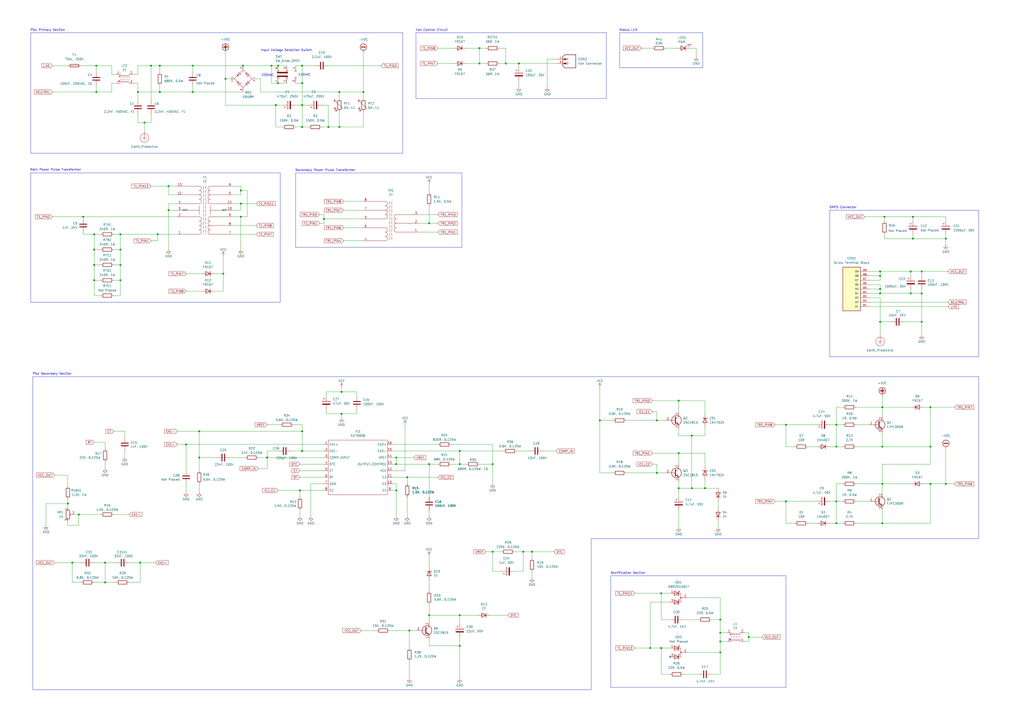
<source format=kicad_sch>
(kicad_sch (version 20250114) (generator "eeschema") (generator_version "9.0")
  (paper "A2")
  (title_block (title "SMPS 24V, 10A") (date "2026-02-21") (rev "v1.0") (company "A-Tech Officials"))
  (text "Fan Control Circuit" (at 250.444 17.526 0) (effects (font (size 1.27 1.27))))
  (text "110VAC" (at 176.53 43.434 0) (effects (font (size 1.27 1.27))))
  (text "Main Power Pulse Transformer" (at 32.258 98.552 0) (effects (font (size 1.27 1.27))))
  (text "Status LED" (at 364.49 17.526 0) (effects (font (size 1.27 1.27))))
  (text "PSU Primary Section" (at 27.686 17.526 0) (effects (font (size 1.27 1.27))))
  (text "SMPS Connector" (at 488.95 120.396 0) (effects (font (size 1.27 1.27))))
  (text "PSU Secondary Section" (at 30.226 216.916 0) (effects (font (size 1.27 1.27))))
  (text "Input Voltage Selection Switch" (at 166.116 29.21 0) (effects (font (size 1.27 1.27))))
  (text "220VAC" (at 155.194 43.688 0) (effects (font (size 1.27 1.27))))
  (text "Rectification Section" (at 364.236 332.486 0) (effects (font (size 1.27 1.27))))
  (text "Secondary Power Pulse Transformer" (at 188.722 98.806 0) (effects (font (size 1.27 1.27))))
  (junction (at 308.61 320.04))
  (junction (at 511.81 280.67))
  (junction (at 107.95 257.81))
  (junction (at 160.02 60.96))
  (junction (at 130.81 45.72))
  (junction (at 175.26 38.1))
  (junction (at 285.75 269.24))
  (junction (at 39.37 292.1))
  (junction (at 236.22 276.86))
  (junction (at 161.29 48.26))
  (junction (at 455.93 246.38))
  (junction (at 198.12 240.03))
  (junction (at 534.67 157.48))
  (junction (at 278.13 36.83))
  (junction (at 393.7 283.21))
  (junction (at 69.85 144.78))
  (junction (at 91.44 135.89))
  (junction (at 210.82 53.34))
  (junction (at 154.94 265.43))
  (junction (at 393.7 262.89))
  (junction (at 69.85 135.89))
  (junction (at 81.28 326.39))
  (junction (at 511.81 303.53))
  (junction (at 383.54 344.17))
  (junction (at 377.19 375.92))
  (junction (at 300.99 36.83))
  (junction (at 485.14 246.38))
  (junction (at 510.54 157.48))
  (junction (at 528.32 170.18))
  (junction (at 111.76 38.1))
  (junction (at 248.92 269.24))
  (junction (at 401.32 252.73))
  (junction (at 190.5 73.66))
  (junction (at 485.14 290.83))
  (junction (at 408.94 283.21))
  (junction (at 510.54 170.18))
  (junction (at 175.26 73.66))
  (junction (at 139.7 125.73))
  (junction (at 92.71 38.1))
  (junction (at 529.59 138.43))
  (junction (at 510.54 160.02))
  (junction (at 97.79 107.95))
  (junction (at 60.96 326.39))
  (junction (at 266.7 269.24))
  (junction (at 539.75 236.22))
  (junction (at 434.34 369.57))
  (junction (at 97.79 121.92))
  (junction (at 455.93 290.83))
  (junction (at 60.96 337.82))
  (junction (at 278.13 27.94))
  (junction (at 513.08 125.73))
  (junction (at 293.37 36.83))
  (junction (at 41.91 326.39))
  (junction (at 417.83 372.11))
  (junction (at 266.7 261.62))
  (junction (at 285.75 320.04))
  (junction (at 45.72 298.45))
  (junction (at 48.26 125.73))
  (junction (at 510.54 186.69))
  (junction (at 175.26 48.26))
  (junction (at 115.57 250.19))
  (junction (at 381 274.32))
  (junction (at 534.67 170.18))
  (junction (at 139.7 110.49))
  (junction (at 196.85 53.34))
  (junction (at 266.7 374.65))
  (junction (at 485.14 303.53))
  (junction (at 54.61 162.56))
  (junction (at 55.88 53.34))
  (junction (at 229.87 265.43))
  (junction (at 80.01 53.34))
  (junction (at 111.76 53.34))
  (junction (at 393.7 232.41))
  (junction (at 196.85 73.66))
  (junction (at 548.64 138.43))
  (junction (at 198.12 227.33))
  (junction (at 87.63 38.1))
  (junction (at 383.54 375.92))
  (junction (at 54.61 135.89))
  (junction (at 54.61 153.67))
  (junction (at 510.54 167.64))
  (junction (at 115.57 265.43))
  (junction (at 55.88 38.1))
  (junction (at 173.99 284.48))
  (junction (at 175.26 261.62))
  (junction (at 175.26 60.96))
  (junction (at 548.64 280.67))
  (junction (at 175.26 250.19))
  (junction (at 229.87 269.24))
  (junction (at 248.92 129.54))
  (junction (at 266.7 356.87))
  (junction (at 417.83 359.41))
  (junction (at 92.71 53.34))
  (junction (at 69.85 153.67))
  (junction (at 187.96 127))
  (junction (at 347.98 243.84))
  (junction (at 140.97 38.1))
  (junction (at 539.75 280.67))
  (junction (at 485.14 259.08))
  (junction (at 83.82 71.12))
  (junction (at 539.75 259.08))
  (junction (at 401.32 283.21))
  (junction (at 303.53 320.04))
  (junction (at 248.92 356.87))
  (junction (at 417.83 378.46))
  (junction (at 511.81 236.22))
  (junction (at 157.48 38.1))
  (junction (at 529.59 125.73))
  (junction (at 534.67 186.69))
  (junction (at 54.61 144.78))
  (junction (at 69.85 162.56))
  (junction (at 139.7 118.11))
  (junction (at 161.29 38.1))
  (junction (at 528.32 157.48))
  (junction (at 417.83 367.03))
  (junction (at 511.81 259.08))
  (junction (at 237.49 365.76))
  (junction (at 229.87 284.48))
  (junction (at 381 243.84))
  (junction (at 129.54 158.75))
  (no_connect (at 388.62 381))
  (wire (pts (xy 513.08 125.73) (xy 529.59 125.73)))
  (wire (pts (xy 143.51 110.49) (xy 139.7 110.49)))
  (wire (pts (xy 189.23 227.33) (xy 198.12 227.33)))
  (polyline (pts (xy 17.78 88.9) (xy 17.78 19.05)))
  (wire (pts (xy 317.5 34.29) (xy 317.5 50.8)))
  (wire (pts (xy 383.54 375.92) (xy 388.62 375.92)))
  (wire (pts (xy 383.54 359.41) (xy 383.54 344.17)))
  (wire (pts (xy 140.97 38.1) (xy 157.48 38.1)))
  (wire (pts (xy 388.62 359.41) (xy 383.54 359.41)))
  (wire (pts (xy 171.45 38.1) (xy 175.26 38.1)))
  (wire (pts (xy 111.76 38.1) (xy 140.97 38.1)))
  (wire (pts (xy 416.56 290.83) (xy 416.56 294.64)))
  (wire (pts (xy 31.75 275.59) (xy 39.37 275.59)))
  (polyline (pts (xy 567.69 121.92) (xy 567.69 207.01)))
  (wire (pts (xy 266.7 261.62) (xy 227.33 261.62)))
  (wire (pts (xy 510.54 165.1) (xy 510.54 167.64)))
  (wire (pts (xy 248.92 336.55) (xy 248.92 342.9)))
  (wire (pts (xy 139.7 121.92) (xy 139.7 118.11)))
  (wire (pts (xy 115.57 250.19) (xy 175.26 250.19)))
  (wire (pts (xy 539.75 303.53) (xy 539.75 280.67)))
  (polyline (pts (xy 171.45 100.33) (xy 267.97 100.33)))
  (wire (pts (xy 468.63 259.08) (xy 473.71 259.08)))
  (wire (pts (xy 45.72 304.8) (xy 45.72 298.45)))
  (wire (pts (xy 111.76 49.53) (xy 111.76 53.34)))
  (wire (pts (xy 77.47 43.18) (xy 80.01 43.18)))
  (wire (pts (xy 187.96 127) (xy 210.82 127)))
  (wire (pts (xy 504.19 165.1) (xy 510.54 165.1)))
  (wire (pts (xy 254 36.83) (xy 262.89 36.83)))
  (wire (pts (xy 69.85 153.67) (xy 69.85 162.56)))
  (polyline (pts (xy 233.68 88.9) (xy 17.78 88.9)))
  (wire (pts (xy 539.75 269.24) (xy 539.75 259.08)))
  (wire (pts (xy 92.71 53.34) (xy 111.76 53.34)))
  (wire (pts (xy 481.33 303.53) (xy 485.14 303.53)))
  (polyline (pts (xy 351.79 19.05) (xy 351.79 57.15)))
  (wire (pts (xy 308.61 320.04) (xy 321.31 320.04)))
  (wire (pts (xy 455.93 259.08) (xy 455.93 246.38)))
  (wire (pts (xy 248.92 269.24) (xy 254 269.24)))
  (wire (pts (xy 66.04 153.67) (xy 69.85 153.67)))
  (wire (pts (xy 64.77 53.34) (xy 55.88 53.34)))
  (wire (pts (xy 529.59 125.73) (xy 529.59 128.27)))
  (wire (pts (xy 403.86 27.94) (xy 400.05 27.94)))
  (wire (pts (xy 64.77 38.1) (xy 64.77 43.18)))
  (wire (pts (xy 347.98 243.84) (xy 355.6 243.84)))
  (wire (pts (xy 157.48 48.26) (xy 157.48 38.1)))
  (wire (pts (xy 26.67 292.1) (xy 39.37 292.1)))
  (wire (pts (xy 511.81 236.22) (xy 511.81 241.3)))
  (wire (pts (xy 154.94 246.38) (xy 162.56 246.38)))
  (wire (pts (xy 266.7 356.87) (xy 248.92 356.87)))
  (wire (pts (xy 481.33 259.08) (xy 485.14 259.08)))
  (wire (pts (xy 511.81 269.24) (xy 539.75 269.24)))
  (wire (pts (xy 39.37 289.56) (xy 39.37 292.1)))
  (wire (pts (xy 266.7 261.62) (xy 292.1 261.62)))
  (wire (pts (xy 66.04 298.45) (xy 74.93 298.45)))
  (wire (pts (xy 266.7 269.24) (xy 266.7 261.62)))
  (wire (pts (xy 77.47 48.26) (xy 80.01 48.26)))
  (wire (pts (xy 97.79 113.03) (xy 97.79 107.95)))
  (wire (pts (xy 187.96 129.54) (xy 185.42 129.54)))
  (wire (pts (xy 97.79 121.92) (xy 97.79 118.11)))
  (wire (pts (xy 266.7 361.95) (xy 266.7 356.87)))
  (polyline (pts (xy 19.05 218.44) (xy 567.69 218.44)))
  (wire (pts (xy 58.42 135.89) (xy 54.61 135.89)))
  (wire (pts (xy 69.85 135.89) (xy 66.04 135.89)))
  (wire (pts (xy 115.57 265.43) (xy 115.57 273.05)))
  (wire (pts (xy 408.94 252.73) (xy 401.32 252.73)))
  (wire (pts (xy 441.96 369.57) (xy 434.34 369.57)))
  (wire (pts (xy 293.37 27.94) (xy 293.37 36.83)))
  (wire (pts (xy 190.5 73.66) (xy 186.69 73.66)))
  (wire (pts (xy 383.54 391.16) (xy 388.62 391.16)))
  (wire (pts (xy 529.59 135.89) (xy 529.59 138.43)))
  (wire (pts (xy 160.02 60.96) (xy 130.81 60.96)))
  (wire (pts (xy 46.99 326.39) (xy 41.91 326.39)))
  (wire (pts (xy 139.7 118.11) (xy 134.62 118.11)))
  (wire (pts (xy 534.67 186.69) (xy 534.67 194.31)))
  (wire (pts (xy 393.7 232.41) (xy 393.7 238.76)))
  (wire (pts (xy 421.64 367.03) (xy 417.83 367.03)))
  (wire (pts (xy 115.57 250.19) (xy 115.57 265.43)))
  (wire (pts (xy 115.57 280.67) (xy 115.57 285.75)))
  (polyline (pts (xy 354.33 334.01) (xy 354.33 398.78)))
  (wire (pts (xy 173.99 269.24) (xy 187.96 269.24)))
  (wire (pts (xy 149.86 271.78) (xy 154.94 271.78)))
  (wire (pts (xy 39.37 304.8) (xy 45.72 304.8)))
  (wire (pts (xy 54.61 135.89) (xy 54.61 144.78)))
  (wire (pts (xy 510.54 160.02) (xy 504.19 160.02)))
  (wire (pts (xy 528.32 170.18) (xy 534.67 170.18)))
  (wire (pts (xy 45.72 298.45) (xy 58.42 298.45)))
  (wire (pts (xy 48.26 125.73) (xy 48.26 127)))
  (wire (pts (xy 129.54 168.91) (xy 129.54 158.75)))
  (wire (pts (xy 92.71 38.1) (xy 92.71 41.91)))
  (wire (pts (xy 431.8 372.11) (xy 434.34 372.11)))
  (wire (pts (xy 248.92 119.38) (xy 248.92 129.54)))
  (wire (pts (xy 434.34 367.03) (xy 434.34 369.57)))
  (wire (pts (xy 534.67 157.48) (xy 534.67 160.02)))
  (wire (pts (xy 186.69 60.96) (xy 190.5 60.96)))
  (wire (pts (xy 285.75 320.04) (xy 290.83 320.04)))
  (wire (pts (xy 504.19 170.18) (xy 510.54 170.18)))
  (polyline (pts (xy 19.05 218.44) (xy 19.05 400.05)))
  (wire (pts (xy 196.85 53.34) (xy 196.85 57.15)))
  (wire (pts (xy 80.01 53.34) (xy 92.71 53.34)))
  (wire (pts (xy 175.26 38.1) (xy 175.26 48.26)))
  (wire (pts (xy 83.82 71.12) (xy 83.82 76.2)))
  (wire (pts (xy 396.24 391.16) (xy 405.13 391.16)))
  (wire (pts (xy 163.83 60.96) (xy 160.02 60.96)))
  (wire (pts (xy 209.55 365.76) (xy 218.44 365.76)))
  (wire (pts (xy 139.7 125.73) (xy 143.51 125.73)))
  (wire (pts (xy 248.92 356.87) (xy 248.92 360.68)))
  (wire (pts (xy 417.83 367.03) (xy 417.83 372.11)))
  (wire (pts (xy 372.11 27.94) (xy 378.46 27.94)))
  (wire (pts (xy 388.62 349.25) (xy 377.19 349.25)))
  (wire (pts (xy 60.96 256.54) (xy 60.96 260.35)))
  (wire (pts (xy 149.86 265.43) (xy 154.94 265.43)))
  (wire (pts (xy 534.67 170.18) (xy 534.67 186.69)))
  (wire (pts (xy 54.61 153.67) (xy 54.61 162.56)))
  (wire (pts (xy 163.83 73.66) (xy 160.02 73.66)))
  (wire (pts (xy 417.83 378.46) (xy 398.78 378.46)))
  (wire (pts (xy 227.33 280.67) (xy 229.87 280.67)))
  (polyline (pts (xy 162.56 100.33) (xy 162.56 175.26)))
  (wire (pts (xy 421.64 372.11) (xy 417.83 372.11)))
  (wire (pts (xy 60.96 267.97) (xy 60.96 271.78)))
  (wire (pts (xy 87.63 38.1) (xy 92.71 38.1)))
  (wire (pts (xy 157.48 38.1) (xy 161.29 38.1)))
  (wire (pts (xy 401.32 283.21) (xy 393.7 283.21)))
  (wire (pts (xy 347.98 243.84) (xy 347.98 274.32)))
  (wire (pts (xy 134.62 130.81) (xy 148.59 130.81)))
  (wire (pts (xy 161.29 48.26) (xy 157.48 48.26)))
  (wire (pts (xy 190.5 38.1) (xy 220.98 38.1)))
  (wire (pts (xy 199.39 116.84) (xy 210.82 116.84)))
  (wire (pts (xy 236.22 288.29) (xy 236.22 299.72)))
  (wire (pts (xy 284.48 356.87) (xy 294.64 356.87)))
  (wire (pts (xy 539.75 259.08) (xy 539.75 236.22)))
  (wire (pts (xy 175.26 38.1) (xy 182.88 38.1)))
  (wire (pts (xy 293.37 36.83) (xy 289.56 36.83)))
  (wire (pts (xy 134.62 125.73) (xy 139.7 125.73)))
  (wire (pts (xy 417.83 346.71) (xy 398.78 346.71)))
  (wire (pts (xy 107.95 257.81) (xy 187.96 257.81)))
  (wire (pts (xy 237.49 383.54) (xy 237.49 393.7)))
  (wire (pts (xy 393.7 283.21) (xy 393.7 279.4)))
  (wire (pts (xy 80.01 38.1) (xy 87.63 38.1)))
  (wire (pts (xy 134.62 135.89) (xy 148.59 135.89)))
  (wire (pts (xy 134.62 113.03) (xy 139.7 113.03)))
  (wire (pts (xy 87.63 107.95) (xy 97.79 107.95)))
  (wire (pts (xy 534.67 170.18) (xy 534.67 167.64)))
  (wire (pts (xy 416.56 302.26) (xy 416.56 306.07)))
  (wire (pts (xy 48.26 134.62) (xy 48.26 135.89)))
  (wire (pts (xy 511.81 303.53) (xy 511.81 295.91)))
  (wire (pts (xy 187.96 124.46) (xy 187.96 127)))
  (wire (pts (xy 226.06 365.76) (xy 237.49 365.76)))
  (wire (pts (xy 529.59 138.43) (xy 513.08 138.43)))
  (wire (pts (xy 227.33 284.48) (xy 229.87 284.48)))
  (wire (pts (xy 434.34 369.57) (xy 434.34 372.11)))
  (wire (pts (xy 83.82 71.12) (xy 87.63 71.12)))
  (wire (pts (xy 504.19 157.48) (xy 510.54 157.48)))
  (wire (pts (xy 401.32 252.73) (xy 401.32 283.21)))
  (wire (pts (xy 248.92 106.68) (xy 248.92 111.76)))
  (wire (pts (xy 408.94 262.89) (xy 408.94 270.51)))
  (wire (pts (xy 378.46 262.89) (xy 393.7 262.89)))
  (wire (pts (xy 189.23 229.87) (xy 189.23 227.33)))
  (wire (pts (xy 198.12 224.79) (xy 198.12 227.33)))
  (wire (pts (xy 80.01 48.26) (xy 80.01 53.34)))
  (wire (pts (xy 488.95 236.22) (xy 485.14 236.22)))
  (wire (pts (xy 72.39 250.19) (xy 72.39 254)))
  (wire (pts (xy 393.7 283.21) (xy 393.7 288.29)))
  (wire (pts (xy 455.93 246.38) (xy 473.71 246.38)))
  (wire (pts (xy 151.13 53.34) (xy 196.85 53.34)))
  (polyline (pts (xy 17.78 175.26) (xy 17.78 100.33)))
  (wire (pts (xy 417.83 359.41) (xy 417.83 346.71)))
  (wire (pts (xy 39.37 275.59) (xy 39.37 281.94)))
  (wire (pts (xy 377.19 375.92) (xy 383.54 375.92)))
  (wire (pts (xy 111.76 38.1) (xy 111.76 41.91)))
  (wire (pts (xy 511.81 229.87) (xy 511.81 236.22)))
  (wire (pts (xy 54.61 326.39) (xy 60.96 326.39)))
  (wire (pts (xy 270.51 36.83) (xy 278.13 36.83)))
  (wire (pts (xy 210.82 73.66) (xy 210.82 64.77)))
  (polyline (pts (xy 455.93 334.01) (xy 455.93 398.78)))
  (wire (pts (xy 130.81 45.72) (xy 130.81 30.48)))
  (wire (pts (xy 168.91 261.62) (xy 175.26 261.62)))
  (wire (pts (xy 161.29 38.1) (xy 166.37 38.1)))
  (wire (pts (xy 449.58 290.83) (xy 455.93 290.83)))
  (wire (pts (xy 513.08 125.73) (xy 513.08 128.27)))
  (wire (pts (xy 30.48 53.34) (xy 55.88 53.34)))
  (wire (pts (xy 511.81 236.22) (xy 528.32 236.22)))
  (wire (pts (xy 139.7 107.95) (xy 134.62 107.95)))
  (wire (pts (xy 189.23 237.49) (xy 189.23 240.03)))
  (wire (pts (xy 386.08 27.94) (xy 392.43 27.94)))
  (wire (pts (xy 229.87 265.43) (xy 227.33 265.43)))
  (wire (pts (xy 189.23 240.03) (xy 198.12 240.03)))
  (wire (pts (xy 234.95 273.05) (xy 234.95 246.38)))
  (wire (pts (xy 278.13 27.94) (xy 281.94 27.94)))
  (wire (pts (xy 69.85 162.56) (xy 69.85 171.45)))
  (wire (pts (xy 66.04 144.78) (xy 69.85 144.78)))
  (wire (pts (xy 412.75 391.16) (xy 417.83 391.16)))
  (wire (pts (xy 229.87 269.24) (xy 248.92 269.24)))
  (wire (pts (xy 381 274.32) (xy 386.08 274.32)))
  (wire (pts (xy 504.19 177.8) (xy 549.91 177.8)))
  (polyline (pts (xy 407.67 39.37) (xy 359.41 39.37)))
  (wire (pts (xy 285.75 331.47) (xy 285.75 320.04)))
  (wire (pts (xy 190.5 60.96) (xy 190.5 73.66)))
  (wire (pts (xy 528.32 157.48) (xy 528.32 160.02)))
  (wire (pts (xy 175.26 48.26) (xy 171.45 48.26)))
  (wire (pts (xy 539.75 280.67) (xy 548.64 280.67)))
  (wire (pts (xy 303.53 320.04) (xy 308.61 320.04)))
  (wire (pts (xy 210.82 30.48) (xy 210.82 53.34)))
  (wire (pts (xy 278.13 27.94) (xy 278.13 36.83)))
  (polyline (pts (xy 567.69 207.01) (xy 481.33 207.01)))
  (wire (pts (xy 199.39 132.08) (xy 210.82 132.08)))
  (wire (pts (xy 54.61 162.56) (xy 58.42 162.56)))
  (wire (pts (xy 39.37 302.26) (xy 39.37 304.8)))
  (wire (pts (xy 237.49 365.76) (xy 237.49 375.92)))
  (wire (pts (xy 196.85 53.34) (xy 210.82 53.34)))
  (wire (pts (xy 54.61 162.56) (xy 54.61 171.45)))
  (wire (pts (xy 107.95 168.91) (xy 116.84 168.91)))
  (wire (pts (xy 199.39 121.92) (xy 210.82 121.92)))
  (wire (pts (xy 485.14 290.83) (xy 488.95 290.83)))
  (wire (pts (xy 139.7 118.11) (xy 148.59 118.11)))
  (wire (pts (xy 69.85 171.45) (xy 66.04 171.45)))
  (wire (pts (xy 510.54 157.48) (xy 510.54 160.02)))
  (wire (pts (xy 548.64 135.89) (xy 548.64 138.43)))
  (wire (pts (xy 81.28 326.39) (xy 81.28 337.82)))
  (wire (pts (xy 175.26 73.66) (xy 179.07 73.66)))
  (wire (pts (xy 285.75 269.24) (xy 278.13 269.24)))
  (polyline (pts (xy 359.41 39.37) (xy 359.41 19.05)))
  (wire (pts (xy 485.14 303.53) (xy 488.95 303.53)))
  (wire (pts (xy 381 238.76) (xy 381 243.84)))
  (wire (pts (xy 368.3 344.17) (xy 383.54 344.17)))
  (wire (pts (xy 242.57 129.54) (xy 248.92 129.54)))
  (wire (pts (xy 39.37 292.1) (xy 39.37 294.64)))
  (polyline (pts (xy 342.9 312.42) (xy 342.9 400.05)))
  (wire (pts (xy 368.3 375.92) (xy 377.19 375.92)))
  (wire (pts (xy 60.96 326.39) (xy 60.96 337.82)))
  (wire (pts (xy 91.44 135.89) (xy 102.87 135.89)))
  (wire (pts (xy 299.72 261.62) (xy 307.34 261.62)))
  (wire (pts (xy 107.95 257.81) (xy 107.95 273.05)))
  (wire (pts (xy 510.54 172.72) (xy 504.19 172.72)))
  (wire (pts (xy 154.94 265.43) (xy 187.96 265.43)))
  (wire (pts (xy 229.87 280.67) (xy 229.87 284.48)))
  (wire (pts (xy 185.42 124.46) (xy 187.96 124.46)))
  (wire (pts (xy 210.82 53.34) (xy 210.82 57.15)))
  (wire (pts (xy 511.81 259.08) (xy 511.81 251.46)))
  (wire (pts (xy 134.62 121.92) (xy 139.7 121.92)))
  (wire (pts (xy 80.01 53.34) (xy 80.01 58.42)))
  (wire (pts (xy 148.59 45.72) (xy 151.13 45.72)))
  (wire (pts (xy 66.04 162.56) (xy 69.85 162.56)))
  (wire (pts (xy 80.01 71.12) (xy 83.82 71.12)))
  (wire (pts (xy 69.85 135.89) (xy 91.44 135.89)))
  (wire (pts (xy 81.28 337.82) (xy 74.93 337.82)))
  (polyline (pts (xy 351.79 57.15) (xy 241.3 57.15)))
  (wire (pts (xy 254 27.94) (xy 262.89 27.94)))
  (wire (pts (xy 300.99 39.37) (xy 300.99 36.83)))
  (wire (pts (xy 408.94 283.21) (xy 416.56 283.21)))
  (wire (pts (xy 510.54 186.69) (xy 516.89 186.69)))
  (wire (pts (xy 281.94 320.04) (xy 285.75 320.04)))
  (wire (pts (xy 548.64 280.67) (xy 553.72 280.67)))
  (wire (pts (xy 504.19 162.56) (xy 510.54 162.56)))
  (wire (pts (xy 173.99 273.05) (xy 187.96 273.05)))
  (wire (pts (xy 485.14 236.22) (xy 485.14 246.38)))
  (wire (pts (xy 300.99 36.83) (xy 322.58 36.83)))
  (wire (pts (xy 408.94 283.21) (xy 401.32 283.21)))
  (wire (pts (xy 107.95 280.67) (xy 107.95 285.75)))
  (wire (pts (xy 175.26 261.62) (xy 187.96 261.62)))
  (wire (pts (xy 67.31 48.26) (xy 64.77 48.26)))
  (polyline (pts (xy 567.69 218.44) (xy 567.69 312.42)))
  (wire (pts (xy 242.57 124.46) (xy 254 124.46)))
  (wire (pts (xy 285.75 280.67) (xy 285.75 269.24)))
  (polyline (pts (xy 17.78 100.33) (xy 162.56 100.33)))
  (wire (pts (xy 293.37 36.83) (xy 300.99 36.83)))
  (wire (pts (xy 161.29 284.48) (xy 173.99 284.48)))
  (wire (pts (xy 408.94 247.65) (xy 408.94 252.73)))
  (wire (pts (xy 289.56 27.94) (xy 293.37 27.94)))
  (wire (pts (xy 534.67 157.48) (xy 549.91 157.48)))
  (wire (pts (xy 179.07 60.96) (xy 175.26 60.96)))
  (wire (pts (xy 266.7 369.57) (xy 266.7 374.65)))
  (polyline (pts (xy 354.33 334.01) (xy 455.93 334.01)))
  (wire (pts (xy 154.94 261.62) (xy 161.29 261.62)))
  (wire (pts (xy 513.08 135.89) (xy 513.08 138.43)))
  (wire (pts (xy 143.51 125.73) (xy 143.51 110.49)))
  (wire (pts (xy 133.35 265.43) (xy 142.24 265.43)))
  (wire (pts (xy 48.26 135.89) (xy 54.61 135.89)))
  (wire (pts (xy 266.7 269.24) (xy 270.51 269.24)))
  (wire (pts (xy 511.81 280.67) (xy 511.81 269.24)))
  (wire (pts (xy 60.96 326.39) (xy 67.31 326.39)))
  (polyline (pts (xy 17.78 19.05) (xy 233.68 19.05)))
  (wire (pts (xy 449.58 246.38) (xy 455.93 246.38)))
  (wire (pts (xy 175.26 60.96) (xy 171.45 60.96)))
  (wire (pts (xy 64.77 48.26) (xy 64.77 53.34)))
  (wire (pts (xy 417.83 359.41) (xy 417.83 367.03)))
  (wire (pts (xy 139.7 125.73) (xy 139.7 144.78)))
  (wire (pts (xy 87.63 139.7) (xy 91.44 139.7)))
  (wire (pts (xy 455.93 303.53) (xy 455.93 290.83)))
  (wire (pts (xy 175.26 250.19) (xy 175.26 261.62)))
  (wire (pts (xy 347.98 224.79) (xy 347.98 243.84)))
  (wire (pts (xy 97.79 144.78) (xy 97.79 121.92)))
  (wire (pts (xy 102.87 257.81) (xy 107.95 257.81)))
  (wire (pts (xy 266.7 356.87) (xy 276.86 356.87)))
  (wire (pts (xy 417.83 372.11) (xy 417.83 378.46)))
  (wire (pts (xy 196.85 73.66) (xy 210.82 73.66)))
  (wire (pts (xy 539.75 236.22) (xy 553.72 236.22)))
  (wire (pts (xy 485.14 290.83) (xy 485.14 303.53)))
  (wire (pts (xy 548.64 138.43) (xy 529.59 138.43)))
  (polyline (pts (xy 241.3 19.05) (xy 241.3 57.15)))
  (wire (pts (xy 266.7 374.65) (xy 266.7 393.7)))
  (wire (pts (xy 198.12 240.03) (xy 198.12 242.57)))
  (wire (pts (xy 393.7 252.73) (xy 393.7 248.92)))
  (wire (pts (xy 199.39 139.7) (xy 210.82 139.7)))
  (wire (pts (xy 308.61 331.47) (xy 308.61 335.28)))
  (wire (pts (xy 198.12 240.03) (xy 207.01 240.03)))
  (polyline (pts (xy 233.68 19.05) (xy 233.68 88.9)))
  (wire (pts (xy 496.57 259.08) (xy 511.81 259.08)))
  (wire (pts (xy 102.87 113.03) (xy 97.79 113.03)))
  (wire (pts (xy 31.75 326.39) (xy 41.91 326.39)))
  (wire (pts (xy 378.46 238.76) (xy 381 238.76)))
  (wire (pts (xy 300.99 46.99) (xy 300.99 50.8)))
  (wire (pts (xy 496.57 280.67) (xy 511.81 280.67)))
  (wire (pts (xy 314.96 261.62) (xy 322.58 261.62)))
  (wire (pts (xy 170.18 246.38) (xy 175.26 246.38)))
  (wire (pts (xy 431.8 367.03) (xy 434.34 367.03)))
  (wire (pts (xy 378.46 232.41) (xy 393.7 232.41)))
  (wire (pts (xy 26.67 292.1) (xy 26.67 304.8)))
  (wire (pts (xy 151.13 45.72) (xy 151.13 53.34)))
  (wire (pts (xy 190.5 73.66) (xy 196.85 73.66)))
  (wire (pts (xy 97.79 121.92) (xy 102.87 121.92)))
  (wire (pts (xy 72.39 261.62) (xy 72.39 265.43)))
  (wire (pts (xy 41.91 337.82) (xy 46.99 337.82)))
  (wire (pts (xy 173.99 295.91) (xy 173.99 299.72)))
  (wire (pts (xy 102.87 250.19) (xy 115.57 250.19)))
  (wire (pts (xy 64.77 43.18) (xy 67.31 43.18)))
  (wire (pts (xy 175.26 246.38) (xy 175.26 250.19)))
  (wire (pts (xy 80.01 43.18) (xy 80.01 38.1)))
  (wire (pts (xy 171.45 73.66) (xy 175.26 73.66)))
  (wire (pts (xy 124.46 168.91) (xy 129.54 168.91)))
  (wire (pts (xy 107.95 158.75) (xy 116.84 158.75)))
  (polyline (pts (xy 359.41 19.05) (xy 407.67 19.05)))
  (polyline (pts (xy 241.3 19.05) (xy 351.79 19.05)))
  (wire (pts (xy 485.14 246.38) (xy 488.95 246.38)))
  (wire (pts (xy 261.62 257.81) (xy 285.75 257.81)))
  (wire (pts (xy 381 269.24) (xy 381 274.32)))
  (wire (pts (xy 298.45 320.04) (xy 303.53 320.04)))
  (wire (pts (xy 317.5 34.29) (xy 322.58 34.29)))
  (wire (pts (xy 229.87 265.43) (xy 240.03 265.43)))
  (wire (pts (xy 97.79 107.95) (xy 102.87 107.95)))
  (wire (pts (xy 535.94 236.22) (xy 539.75 236.22)))
  (wire (pts (xy 290.83 331.47) (xy 285.75 331.47)))
  (wire (pts (xy 69.85 144.78) (xy 69.85 153.67)))
  (wire (pts (xy 92.71 38.1) (xy 111.76 38.1)))
  (wire (pts (xy 504.19 175.26) (xy 549.91 175.26)))
  (wire (pts (xy 485.14 259.08) (xy 488.95 259.08)))
  (wire (pts (xy 196.85 73.66) (xy 196.85 64.77)))
  (wire (pts (xy 511.81 280.67) (xy 528.32 280.67)))
  (wire (pts (xy 92.71 49.53) (xy 92.71 53.34)))
  (wire (pts (xy 548.64 280.67) (xy 548.64 260.35)))
  (wire (pts (xy 504.19 167.64) (xy 510.54 167.64)))
  (wire (pts (xy 81.28 326.39) (xy 90.17 326.39)))
  (wire (pts (xy 80.01 66.04) (xy 80.01 71.12)))
  (polyline (pts (xy 171.45 143.51) (xy 171.45 100.33)))
  (wire (pts (xy 485.14 280.67) (xy 485.14 290.83)))
  (wire (pts (xy 154.94 271.78) (xy 154.94 265.43)))
  (wire (pts (xy 229.87 269.24) (xy 229.87 265.43)))
  (wire (pts (xy 496.57 236.22) (xy 511.81 236.22)))
  (wire (pts (xy 468.63 303.53) (xy 473.71 303.53)))
  (wire (pts (xy 97.79 118.11) (xy 102.87 118.11)))
  (wire (pts (xy 173.99 284.48) (xy 187.96 284.48)))
  (wire (pts (xy 236.22 276.86) (xy 236.22 280.67)))
  (wire (pts (xy 139.7 110.49) (xy 139.7 107.95)))
  (wire (pts (xy 511.81 259.08) (xy 539.75 259.08)))
  (wire (pts (xy 30.48 38.1) (xy 39.37 38.1)))
  (wire (pts (xy 528.32 157.48) (xy 534.67 157.48)))
  (wire (pts (xy 529.59 125.73) (xy 548.64 125.73)))
  (wire (pts (xy 55.88 38.1) (xy 55.88 41.91)))
  (wire (pts (xy 54.61 153.67) (xy 58.42 153.67)))
  (wire (pts (xy 408.94 232.41) (xy 408.94 240.03)))
  (wire (pts (xy 548.64 138.43) (xy 548.64 142.24)))
  (wire (pts (xy 187.96 127) (xy 187.96 129.54)))
  (wire (pts (xy 180.34 280.67) (xy 180.34 299.72)))
  (wire (pts (xy 175.26 48.26) (xy 175.26 60.96)))
  (wire (pts (xy 54.61 256.54) (xy 60.96 256.54)))
  (polyline (pts (xy 19.05 400.05) (xy 342.9 400.05)))
  (wire (pts (xy 130.81 60.96) (xy 130.81 45.72)))
  (wire (pts (xy 461.01 303.53) (xy 455.93 303.53)))
  (wire (pts (xy 303.53 320.04) (xy 303.53 331.47)))
  (wire (pts (xy 55.88 38.1) (xy 64.77 38.1)))
  (wire (pts (xy 139.7 113.03) (xy 139.7 110.49)))
  (wire (pts (xy 161.29 48.26) (xy 166.37 48.26)))
  (wire (pts (xy 248.92 374.65) (xy 248.92 370.84)))
  (wire (pts (xy 69.85 135.89) (xy 69.85 144.78)))
  (wire (pts (xy 87.63 71.12) (xy 87.63 66.04)))
  (wire (pts (xy 248.92 295.91) (xy 248.92 299.72)))
  (wire (pts (xy 133.35 45.72) (xy 130.81 45.72)))
  (wire (pts (xy 303.53 331.47) (xy 298.45 331.47)))
  (wire (pts (xy 227.33 269.24) (xy 229.87 269.24)))
  (wire (pts (xy 60.96 337.82) (xy 67.31 337.82)))
  (wire (pts (xy 347.98 274.32) (xy 355.6 274.32)))
  (wire (pts (xy 129.54 148.59) (xy 129.54 158.75)))
  (wire (pts (xy 74.93 326.39) (xy 81.28 326.39)))
  (wire (pts (xy 383.54 375.92) (xy 383.54 391.16)))
  (wire (pts (xy 175.26 73.66) (xy 175.26 60.96)))
  (wire (pts (xy 227.33 273.05) (xy 234.95 273.05)))
  (wire (pts (xy 308.61 320.04) (xy 308.61 323.85)))
  (wire (pts (xy 207.01 227.33) (xy 207.01 229.87)))
  (wire (pts (xy 510.54 157.48) (xy 528.32 157.48)))
  (polyline (pts (xy 162.56 175.26) (xy 17.78 175.26)))
  (wire (pts (xy 548.64 128.27) (xy 548.64 125.73)))
  (polyline (pts (xy 567.69 312.42) (xy 342.9 312.42)))
  (wire (pts (xy 66.04 250.19) (xy 72.39 250.19)))
  (wire (pts (xy 496.57 246.38) (xy 504.19 246.38)))
  (wire (pts (xy 383.54 344.17) (xy 388.62 344.17)))
  (wire (pts (xy 510.54 167.64) (xy 510.54 170.18)))
  (wire (pts (xy 393.7 295.91) (xy 393.7 306.07)))
  (wire (pts (xy 41.91 326.39) (xy 41.91 337.82)))
  (wire (pts (xy 511.81 280.67) (xy 511.81 285.75)))
  (wire (pts (xy 54.61 337.82) (xy 60.96 337.82)))
  (wire (pts (xy 285.75 257.81) (xy 285.75 269.24)))
  (wire (pts (xy 173.99 284.48) (xy 173.99 288.29)))
  (wire (pts (xy 363.22 274.32) (xy 381 274.32)))
  (wire (pts (xy 510.54 170.18) (xy 528.32 170.18)))
  (wire (pts (xy 396.24 359.41) (xy 405.13 359.41)))
  (wire (pts (xy 270.51 27.94) (xy 278.13 27.94)))
  (wire (pts (xy 115.57 265.43) (xy 125.73 265.43)))
  (wire (pts (xy 236.22 276.86) (xy 254 276.86)))
  (wire (pts (xy 91.44 139.7) (xy 91.44 135.89)))
  (wire (pts (xy 455.93 290.83) (xy 473.71 290.83)))
  (wire (pts (xy 229.87 284.48) (xy 229.87 299.72)))
  (wire (pts (xy 55.88 49.53) (xy 55.88 53.34)))
  (wire (pts (xy 510.54 186.69) (xy 510.54 194.31)))
  (polyline (pts (xy 354.33 398.78) (xy 455.93 398.78)))
  (polyline (pts (xy 407.67 19.05) (xy 407.67 39.37)))
  (wire (pts (xy 488.95 280.67) (xy 485.14 280.67)))
  (wire (pts (xy 266.7 374.65) (xy 248.92 374.65)))
  (wire (pts (xy 481.33 290.83) (xy 485.14 290.83)))
  (wire (pts (xy 417.83 391.16) (xy 417.83 378.46)))
  (wire (pts (xy 378.46 269.24) (xy 381 269.24)))
  (wire (pts (xy 237.49 365.76) (xy 241.3 365.76)))
  (wire (pts (xy 129.54 158.75) (xy 124.46 158.75)))
  (wire (pts (xy 381 243.84) (xy 386.08 243.84)))
  (wire (pts (xy 278.13 36.83) (xy 281.94 36.83)))
  (wire (pts (xy 528.32 167.64) (xy 528.32 170.18)))
  (wire (pts (xy 154.94 261.62) (xy 154.94 265.43)))
  (wire (pts (xy 242.57 134.62) (xy 254 134.62)))
  (wire (pts (xy 412.75 359.41) (xy 417.83 359.41)))
  (wire (pts (xy 173.99 276.86) (xy 187.96 276.86)))
  (wire (pts (xy 481.33 246.38) (xy 485.14 246.38)))
  (wire (pts (xy 403.86 33.02) (xy 403.86 27.94)))
  (wire (pts (xy 485.14 246.38) (xy 485.14 259.08)))
  (wire (pts (xy 248.92 322.58) (xy 248.92 328.93)))
  (wire (pts (xy 248.92 288.29) (xy 248.92 269.24)))
  (wire (pts (xy 198.12 227.33) (xy 207.01 227.33)))
  (wire (pts (xy 461.01 259.08) (xy 455.93 259.08)))
  (wire (pts (xy 511.81 303.53) (xy 539.75 303.53)))
  (wire (pts (xy 401.32 252.73) (xy 393.7 252.73)))
  (wire (pts (xy 377.19 349.25) (xy 377.19 375.92)))
  (wire (pts (xy 227.33 276.86) (xy 236.22 276.86)))
  (wire (pts (xy 261.62 269.24) (xy 266.7 269.24)))
  (wire (pts (xy 48.26 125.73) (xy 102.87 125.73)))
  (wire (pts (xy 535.94 280.67) (xy 539.75 280.67)))
  (wire (pts (xy 393.7 232.41) (xy 408.94 232.41)))
  (wire (pts (xy 248.92 350.52) (xy 248.92 356.87)))
  (wire (pts (xy 111.76 53.34) (xy 140.97 53.34)))
  (wire (pts (xy 54.61 144.78) (xy 54.61 153.67)))
  (wire (pts (xy 510.54 172.72) (xy 510.54 186.69)))
  (wire (pts (xy 363.22 243.84) (xy 381 243.84)))
  (wire (pts (xy 496.57 303.53) (xy 511.81 303.53)))
  (wire (pts (xy 393.7 262.89) (xy 393.7 269.24)))
  (wire (pts (xy 393.7 262.89) (xy 408.94 262.89)))
  (wire (pts (xy 30.48 125.73) (xy 48.26 125.73)))
  (wire (pts (xy 180.34 280.67) (xy 187.96 280.67)))
  (wire (pts (xy 501.65 125.73) (xy 513.08 125.73)))
  (wire (pts (xy 54.61 171.45) (xy 58.42 171.45)))
  (wire (pts (xy 46.99 38.1) (xy 55.88 38.1)))
  (wire (pts (xy 524.51 186.69) (xy 534.67 186.69)))
  (polyline (pts (xy 267.97 100.33) (xy 267.97 143.51)))
  (polyline (pts (xy 481.33 207.01) (xy 481.33 121.92)))
  (wire (pts (xy 87.63 38.1) (xy 87.63 58.42)))
  (polyline (pts (xy 267.97 143.51) (xy 171.45 143.51)))
  (wire (pts (xy 510.54 162.56) (xy 510.54 160.02)))
  (wire (pts (xy 227.33 257.81) (xy 254 257.81)))
  (wire (pts (xy 207.01 240.03) (xy 207.01 237.49)))
  (wire (pts (xy 496.57 290.83) (xy 504.19 290.83)))
  (wire (pts (xy 43.18 298.45) (xy 45.72 298.45)))
  (wire (pts (xy 248.92 129.54) (xy 254 129.54)))
  (wire (pts (xy 160.02 73.66) (xy 160.02 60.96)))
  (polyline (pts (xy 481.33 121.92) (xy 567.69 121.92)))
  (wire (pts (xy 54.61 144.78) (xy 58.42 144.78)))
  (wire (pts (xy 408.94 278.13) (xy 408.94 283.21)))
  (global_label "COMP_IN" (shape input) (at 322.58 261.62 0) (property "Intersheetrefs" "${INTERSHEET_REFS}" (effects (hide yes))))
  (global_label "T1_PIN11" (shape input) (at 148.59 118.11 0) (property "Intersheetrefs" "${INTERSHEET_REFS}" (effects (hide yes))))
  (global_label "TR1_PIN1" (shape input) (at 378.46 262.89 180) (property "Intersheetrefs" "${INTERSHEET_REFS}" (effects (hide yes))))
  (global_label "CT" (shape input) (at 66.04 250.19 180) (property "Intersheetrefs" "${INTERSHEET_REFS}" (effects (hide yes))))
  (global_label "RT" (shape input) (at 173.99 276.86 180) (property "Intersheetrefs" "${INTERSHEET_REFS}" (effects (hide yes))))
  (global_label "EA1+" (shape input) (at 90.17 326.39 0) (property "Intersheetrefs" "${INTERSHEET_REFS}" (effects (hide yes))))
  (global_label "TR1_PIN2" (shape input) (at 254 129.54 0) (property "Intersheetrefs" "${INTERSHEET_REFS}" (effects (hide yes))))
  (global_label "VCC_OUT" (shape input) (at 441.96 369.57 0) (property "Intersheetrefs" "${INTERSHEET_REFS}" (effects (hide yes))))
  (global_label "TR1_PIN7" (shape input) (at 199.39 121.92 180) (property "Intersheetrefs" "${INTERSHEET_REFS}" (effects (hide yes))))
  (global_label "NEUTRAL" (shape input) (at 549.91 175.26 0) (property "Intersheetrefs" "${INTERSHEET_REFS}" (effects (hide yes))))
  (global_label "TR1_PIN7" (shape input) (at 553.72 236.22 0) (property "Intersheetrefs" "${INTERSHEET_REFS}" (effects (hide yes))))
  (global_label "TR1_PIN1" (shape input) (at 254 134.62 0) (property "Intersheetrefs" "${INTERSHEET_REFS}" (effects (hide yes))))
  (global_label "IC1_C2" (shape input) (at 254 276.86 0) (property "Intersheetrefs" "${INTERSHEET_REFS}" (effects (hide yes))))
  (global_label "T1_PIN2" (shape input) (at 220.98 38.1 0) (property "Intersheetrefs" "${INTERSHEET_REFS}" (effects (hide yes))))
  (global_label "EA1-" (shape input) (at 102.87 250.19 180) (property "Intersheetrefs" "${INTERSHEET_REFS}" (effects (hide yes))))
  (global_label "IC1_C1" (shape input) (at 378.46 238.76 180) (property "Intersheetrefs" "${INTERSHEET_REFS}" (effects (hide yes))))
  (global_label "T1_PIN8" (shape input) (at 107.95 168.91 180) (property "Intersheetrefs" "${INTERSHEET_REFS}" (effects (hide yes))))
  (global_label "T1_PIN8" (shape input) (at 254 27.94 180) (property "Intersheetrefs" "${INTERSHEET_REFS}" (effects (hide yes))))
  (global_label "VREF" (shape input) (at 154.94 246.38 180) (property "Intersheetrefs" "${INTERSHEET_REFS}" (effects (hide yes))))
  (global_label "DTC" (shape input) (at 173.99 269.24 180) (property "Intersheetrefs" "${INTERSHEET_REFS}" (effects (hide yes))))
  (global_label "TR1_PIN6" (shape input) (at 553.72 280.67 0) (property "Intersheetrefs" "${INTERSHEET_REFS}" (effects (hide yes))))
  (global_label "DTC" (shape input) (at 321.31 320.04 0) (property "Intersheetrefs" "${INTERSHEET_REFS}" (effects (hide yes))))
  (global_label "TR1_PIN3" (shape input) (at 254 124.46 0) (property "Intersheetrefs" "${INTERSHEET_REFS}" (effects (hide yes))))
  (global_label "TR1_PIN4" (shape input) (at 449.58 290.83 180) (property "Intersheetrefs" "${INTERSHEET_REFS}" (effects (hide yes))))
  (global_label "T1_PIN2" (shape input) (at 30.48 125.73 180) (property "Intersheetrefs" "${INTERSHEET_REFS}" (effects (hide yes))))
  (global_label "CT" (shape input) (at 173.99 273.05 180) (property "Intersheetrefs" "${INTERSHEET_REFS}" (effects (hide yes))))
  (global_label "T1_PIN13" (shape input) (at 87.63 107.95 180) (property "Intersheetrefs" "${INTERSHEET_REFS}" (effects (hide yes))))
  (global_label "VREF" (shape input) (at 240.03 265.43 0) (property "Intersheetrefs" "${INTERSHEET_REFS}" (effects (hide yes))))
  (global_label "VCC_OUT" (shape input) (at 31.75 275.59 180) (property "Intersheetrefs" "${INTERSHEET_REFS}" (effects (hide yes))))
  (global_label "T1_PIN7" (shape input) (at 107.95 158.75 180) (property "Intersheetrefs" "${INTERSHEET_REFS}" (effects (hide yes))))
  (global_label "T1_PIN1" (shape input) (at 185.42 129.54 180) (property "Intersheetrefs" "${INTERSHEET_REFS}" (effects (hide yes))))
  (global_label "EA1+" (shape input) (at 102.87 257.81 180) (property "Intersheetrefs" "${INTERSHEET_REFS}" (effects (hide yes))))
  (global_label "TR1_PIN8" (shape input) (at 199.39 116.84 180) (property "Intersheetrefs" "${INTERSHEET_REFS}" (effects (hide yes))))
  (global_label "T1_PIN7" (shape input) (at 254 36.83 180) (property "Intersheetrefs" "${INTERSHEET_REFS}" (effects (hide yes))))
  (global_label "LIVE" (shape input) (at 30.48 38.1 180) (property "Intersheetrefs" "${INTERSHEET_REFS}" (effects (hide yes))))
  (global_label "TR1_PIN5" (shape input) (at 185.42 124.46 180) (property "Intersheetrefs" "${INTERSHEET_REFS}" (effects (hide yes))))
  (global_label "T1_PIN13" (shape input) (at 368.3 375.92 180) (property "Intersheetrefs" "${INTERSHEET_REFS}" (effects (hide yes))))
  (global_label "EA1+" (shape input) (at 74.93 298.45 0) (property "Intersheetrefs" "${INTERSHEET_REFS}" (effects (hide yes))))
  (global_label "VREF" (shape input) (at 281.94 320.04 180) (property "Intersheetrefs" "${INTERSHEET_REFS}" (effects (hide yes))))
  (global_label "TR1_PIN6" (shape input) (at 199.39 132.08 180) (property "Intersheetrefs" "${INTERSHEET_REFS}" (effects (hide yes))))
  (global_label "TR1_PIN3" (shape input) (at 378.46 232.41 180) (property "Intersheetrefs" "${INTERSHEET_REFS}" (effects (hide yes))))
  (global_label "LIVE" (shape input) (at 549.91 177.8 0) (property "Intersheetrefs" "${INTERSHEET_REFS}" (effects (hide yes))))
  (global_label "RT" (shape input) (at 54.61 256.54 180) (property "Intersheetrefs" "${INTERSHEET_REFS}" (effects (hide yes))))
  (global_label "VCC_OUT" (shape input) (at 501.65 125.73 180) (property "Intersheetrefs" "${INTERSHEET_REFS}" (effects (hide yes))))
  (global_label "T1_PIN11" (shape input) (at 368.3 344.17 180) (property "Intersheetrefs" "${INTERSHEET_REFS}" (effects (hide yes))))
  (global_label "TR1_PIN8" (shape input) (at 449.58 246.38 180) (property "Intersheetrefs" "${INTERSHEET_REFS}" (effects (hide yes))))
  (global_label "VCC_OUT" (shape input) (at 209.55 365.76 180) (property "Intersheetrefs" "${INTERSHEET_REFS}" (effects (hide yes))))
  (global_label "VCC_OUT" (shape input) (at 549.91 157.48 0) (property "Intersheetrefs" "${INTERSHEET_REFS}" (effects (hide yes))))
  (global_label "T1_PIN8" (shape input) (at 148.59 130.81 0) (property "Intersheetrefs" "${INTERSHEET_REFS}" (effects (hide yes))))
  (global_label "IC1_C2" (shape input) (at 378.46 269.24 180) (property "Intersheetrefs" "${INTERSHEET_REFS}" (effects (hide yes))))
  (global_label "NEUTRAL" (shape input) (at 30.48 53.34 180) (property "Intersheetrefs" "${INTERSHEET_REFS}" (effects (hide yes))))
  (global_label "IC1_C1" (shape input) (at 161.29 284.48 180) (property "Intersheetrefs" "${INTERSHEET_REFS}" (effects (hide yes))))
  (global_label "T1_PIN1" (shape input) (at 87.63 139.7 180) (property "Intersheetrefs" "${INTERSHEET_REFS}" (effects (hide yes))))
  (global_label "VCC_OUT" (shape input) (at 372.11 27.94 180) (property "Intersheetrefs" "${INTERSHEET_REFS}" (effects (hide yes))))
  (global_label "VCC_OUT" (shape input) (at 31.75 326.39 180) (property "Intersheetrefs" "${INTERSHEET_REFS}" (effects (hide yes))))
  (global_label "COMP_IN" (shape input) (at 149.86 271.78 180) (property "Intersheetrefs" "${INTERSHEET_REFS}" (effects (hide yes))))
  (global_label "TR1_PIN4" (shape input) (at 199.39 139.7 180) (property "Intersheetrefs" "${INTERSHEET_REFS}" (effects (hide yes))))
  (global_label "DTC" (shape input) (at 294.64 356.87 0) (property "Intersheetrefs" "${INTERSHEET_REFS}" (effects (hide yes))))
  (global_label "T1_PIN7" (shape input) (at 148.59 135.89 0) (property "Intersheetrefs" "${INTERSHEET_REFS}" (effects (hide yes))))
  (symbol (lib_id "Device:R") (at 257.81 269.24 90) (unit 1)
    (property "Reference" "R21" (at 257.81 263.906 90))
    (property "Value" "68K, 0.125W" (at 257.81 266.446 90))
    (property "Description" "Resistor" (effects (hide yes)))
  )
  (symbol (lib_id "Device:C") (at 107.95 276.86 0) (unit 1)
    (property "Reference" "C28" (at 100.33 275.844 0) (effects (justify left)))
    (property "Value" "Not Placed" (at 93.472 278.13 0) (effects (justify left)))
    (property "Description" "Unpolarized capacitor" (effects (hide yes)))
  )
  (symbol (lib_id "power:GND") (at 266.7 393.7 0) (unit 1)
    (property "Reference" "#PWR028" (effects (hide yes)))
    (property "Value" "GND" (at 266.7 397.51 0))
    (property "Description" "Power symbol creates a global label with name \"GND\" , ground" (effects (hide yes)))
  )
  (symbol (lib_id "power:GND") (at 236.22 299.72 0) (unit 1)
    (property "Reference" "#PWR013" (effects (hide yes)))
    (property "Value" "GND" (at 236.22 303.53 0))
    (property "Description" "Power symbol creates a global label with name \"GND\" , ground" (effects (hide yes)))
  )
  (symbol (lib_id "power:GND") (at 180.34 299.72 0) (unit 1)
    (property "Reference" "#PWR08" (effects (hide yes)))
    (property "Value" "GND" (at 180.34 303.53 0))
    (property "Description" "Power symbol creates a global label with name \"GND\" , ground" (effects (hide yes)))
  )
  (symbol (lib_id "Device:R") (at 492.76 246.38 90) (unit 1)
    (property "Reference" "R20" (at 492.76 240.03 90))
    (property "Value" "1R, 0.5W" (at 492.76 242.57 90))
    (property "Description" "Resistor" (effects (hide yes)))
  )
  (symbol (lib_id "Device:R") (at 492.76 303.53 90) (unit 1)
    (property "Reference" "R4" (at 492.76 297.18 90))
    (property "Value" "2.7K" (at 492.76 299.72 90))
    (property "Description" "Resistor" (effects (hide yes)))
  )
  (symbol (lib_id "Device:R") (at 166.37 246.38 90) (unit 1)
    (property "Reference" "R34" (at 166.37 241.046 90))
    (property "Value" "5.6K, 0.125W" (at 166.37 243.586 90))
    (property "Description" "Resistor" (effects (hide yes)))
  )
  (symbol (lib_id "Device:C") (at 165.1 261.62 270) (unit 1)
    (property "Reference" "C26" (at 158.242 260.096 90) (effects (justify left)))
    (property "Value" "220pF, 100V" (at 160.02 265.684 90) (effects (justify left)))
    (property "Description" "Unpolarized capacitor" (effects (hide yes)))
  )
  (symbol (lib_id "Device:D_Schottky_Dual_CommonCathode_AKA_Parallel") (at 393.7 378.46 0) (unit 1)
    (property "Reference" "DO2" (at 393.6365 369.57 0))
    (property "Value" "Not Placed" (at 393.6365 372.11 0))
    (property "Footprint" "Package_TO_SOT_THT:TO-220-3_Vertical" (effects (hide yes)))
    (property "Description" "Dual Schottky diode, common anode on pin 1" (effects (hide yes)))
  )
  (symbol (lib_id "power:VCC") (at 347.98 224.79 0) (unit 1)
    (property "Reference" "#PWR010" (effects (hide yes)))
    (property "Value" "VCC" (at 347.98 220.98 0))
    (property "Description" "Power symbol creates a global label with name \"VCC\"" (effects (hide yes)))
  )
  (symbol (lib_id "Transistor_BJT:MJE13009G") (at 509.27 246.38 0) (unit 1)
    (property "Reference" "Q4" (at 514.35 245.1099 0) (effects (justify left)))
    (property "Value" "FJP13009" (at 514.35 247.6499 0) (effects (justify left)))
    (property "Footprint" "Package_TO_SOT_THT:TO-220-3_Vertical" (effects (hide yes)))
    (property "Datasheet" "http://www.onsemi.com/pub_link/Collateral/MJE13009-D.PDF" (effects (hide yes)))
    (property "Description" "12A Ic, 400V Vce, Silicon Switching Power NPN Transistors, TO-220" (effects (hide yes)))
    (property "Sim.Device" "NPN" (effects (hide yes)))
    (property "Sim.Pins" "1=B 2=C 3=E" (effects (hide yes)))
  )
  (symbol (lib_id "Device:R") (at 308.61 327.66 0) (unit 1)
    (property "Reference" "R19" (at 311.404 326.39 0) (effects (justify left)))
    (property "Value" "10K, 0.125W" (at 311.404 328.676 0) (effects (justify left)))
    (property "Description" "Resistor" (effects (hide yes)))
  )
  (symbol (lib_id "Device:C_Polarized") (at 189.23 233.68 0) (unit 1)
    (property "Reference" "C27" (at 193.04 231.5209 0) (effects (justify left)))
    (property "Value" "47uF, 50V" (at 193.04 234.0609 0) (effects (justify left)))
    (property "Description" "Polarized capacitor" (effects (hide yes)))
  )
  (symbol (lib_id "Device:C") (at 111.76 45.72 0) (unit 1)
    (property "Reference" "C8" (at 113.792 43.688 0) (effects (justify left)))
    (property "Value" "Not Placed" (at 113.792 48.26 0) (effects (justify left)))
    (property "Description" "Unpolarized capacitor" (effects (hide yes)))
  )
  (symbol (lib_id "Device:C") (at 55.88 45.72 0) (unit 1)
    (property "Reference" "C4" (at 50.8 43.434 0) (effects (justify left)))
    (property "Value" "100nF, 250VAC, X2" (at 34.798 48.514 0) (effects (justify left)))
    (property "Description" "Unpolarized capacitor" (effects (hide yes)))
  )
  (symbol (lib_id "SMPS_Controllers:KA7500B") (at 194.31 264.16 0) (unit 1)
    (property "Reference" "IC1" (at 207.645 250.19 0))
    (property "Value" "KA7500B" (at 207.645 252.73 0))
    (property "Footprint" "Package_DIP:DIP-16_W7.62mm" (effects (hide yes)))
  )
  (symbol (lib_id "Device:R") (at 222.25 365.76 90) (unit 1)
    (property "Reference" "R31" (at 222.25 360.426 90))
    (property "Value" "15K, 0.125W" (at 222.25 362.966 90))
    (property "Description" "Resistor" (effects (hide yes)))
  )
  (symbol (lib_id "power:GND") (at 308.61 335.28 0) (unit 1)
    (property "Reference" "#PWR025" (effects (hide yes)))
    (property "Value" "GND" (at 308.61 339.09 0))
    (property "Description" "Power symbol creates a global label with name \"GND\" , ground" (effects (hide yes)))
  )
  (symbol (lib_id "Device:C_Polarized") (at 528.32 163.83 0) (unit 1)
    (property "Reference" "E22" (at 521.462 161.798 0) (effects (justify left)))
    (property "Value" "1000uF, 35V" (at 513.08 166.116 0) (effects (justify left)))
    (property "Description" "Polarized capacitor" (effects (hide yes)))
  )
  (symbol (lib_id "Device:R") (at 115.57 276.86 180) (unit 1)
    (property "Reference" "R30" (at 119.634 275.336 0))
    (property "Value" "5.6K, 0.125W" (at 124.206 278.13 0))
    (property "Description" "Resistor" (effects (hide yes)))
  )
  (symbol (lib_id "Device:C") (at 48.26 130.81 180) (unit 1)
    (property "Reference" "C5" (at 44.958 129.54 0) (effects (justify left)))
    (property "Value" "1nF, 2KV" (at 44.958 132.08 0) (effects (justify left)))
    (property "Description" "Unpolarized capacitor" (effects (hide yes)))
  )
  (symbol (lib_id "power:Earth_Protective") (at 510.54 194.31 0) (unit 1)
    (property "Reference" "#PWR034" (effects (hide yes)))
    (property "Value" "Earth_Protective" (at 510.54 203.2 0))
    (property "Description" "Power symbol creates a global label with name \"Earth_Protective\"" (effects (hide yes)))
  )
  (symbol (lib_id "Device:Fuse") (at 43.18 38.1 90) (unit 1)
    (property "Reference" "F1" (at 43.18 31.75 90))
    (property "Value" "T5AL, 250V" (at 43.18 34.29 90))
    (property "Description" "Fuse" (effects (hide yes)))
  )
  (symbol (lib_id "Device:LED") (at 396.24 27.94 180) (unit 1)
    (property "Reference" "LED1" (at 395.732 21.844 0))
    (property "Value" "PWR" (at 395.478 24.384 0))
    (property "Footprint" "LED_THT:LED_D3.0mm" (effects (hide yes)))
    (property "Description" "Light emitting diode" (effects (hide yes)))
    (property "Sim.Pins" "1=K 2=A" (effects (hide yes)))
  )
  (symbol (lib_id "Device:D") (at 416.56 298.45 90) (unit 1)
    (property "Reference" "D4" (at 419.1 297.1799 90) (effects (justify right)))
    (property "Value" "??" (at 419.1 299.7199 90) (effects (justify right)))
    (property "Footprint" "Diode_THT:D_DO-41_SOD81_P10.16mm_Horizontal" (effects (hide yes)))
    (property "Description" "Diode" (effects (hide yes)))
    (property "Sim.Device" "D" (effects (hide yes)))
    (property "Sim.Pins" "1=K 2=A" (effects (hide yes)))
  )
  (symbol (lib_id "power:GND") (at 300.99 50.8 0) (unit 1)
    (property "Reference" "#PWR032" (effects (hide yes)))
    (property "Value" "GND" (at 300.99 54.61 0))
    (property "Description" "Power symbol creates a global label with name \"GND\" , ground" (effects (hide yes)))
  )
  (symbol (lib_id "power:Earth_Protective") (at 83.82 76.2 0) (unit 1)
    (property "Reference" "#PWR01" (effects (hide yes)))
    (property "Value" "Earth_Protective" (at 83.82 85.09 0))
    (property "Description" "Power symbol creates a global label with name \"Earth_Protective\"" (effects (hide yes)))
  )
  (symbol (lib_id "power:GND") (at 317.5 50.8 0) (unit 1)
    (property "Reference" "#PWR031" (effects (hide yes)))
    (property "Value" "GND" (at 317.5 54.61 0))
    (property "Description" "Power symbol creates a global label with name \"GND\" , ground" (effects (hide yes)))
  )
  (symbol (lib_id "Device:C") (at 248.92 292.1 0) (unit 1)
    (property "Reference" "C16" (at 252.222 291.084 0) (effects (justify left)))
    (property "Value" "100nF, 100V" (at 252.222 293.37 0) (effects (justify left)))
    (property "Description" "Unpolarized capacitor" (effects (hide yes)))
  )
  (symbol (lib_id "Diode:1N47xxA") (at 248.92 332.74 270) (unit 1)
    (property "Reference" "DZ3" (at 251.46 331.4699 90) (effects (justify left)))
    (property "Value" "??" (at 251.46 334.0099 90) (effects (justify left)))
    (property "Footprint" "Diode_THT:D_DO-41_SOD81_P10.16mm_Horizontal" (effects (hide yes)))
    (property "Datasheet" "https://www.vishay.com/docs/85816/1n4728a.pdf" (effects (hide yes)))
    (property "Description" "1300mW Silicon planar power Zener diodes, DO-41" (effects (hide yes)))
  )
  (symbol (lib_id "Device:C") (at 207.01 233.68 0) (unit 1)
    (property "Reference" "C34" (at 210.566 231.902 0) (effects (justify left)))
    (property "Value" "100nF, 100V" (at 210.566 234.442 0) (effects (justify left)))
    (property "Description" "Unpolarized capacitor" (effects (hide yes)))
  )
  (symbol (lib_id "power:GND") (at 26.67 304.8 0) (unit 1)
    (property "Reference" "#PWR023" (effects (hide yes)))
    (property "Value" "GND" (at 26.67 308.61 0))
    (property "Description" "Power symbol creates a global label with name \"GND\" , ground" (effects (hide yes)))
  )
  (symbol (lib_id "Device:R") (at 359.41 274.32 90) (unit 1)
    (property "Reference" "R18" (at 359.41 267.97 90))
    (property "Value" "3.9K, 0.125W" (at 359.41 270.51 90))
    (property "Description" "Resistor" (effects (hide yes)))
  )
  (symbol (lib_id "power:GND") (at 393.7 306.07 0) (unit 1)
    (property "Reference" "#PWR017" (effects (hide yes)))
    (property "Value" "GND" (at 393.7 309.88 0))
    (property "Description" "Power symbol creates a global label with name \"GND\" , ground" (effects (hide yes)))
  )
  (symbol (lib_id "Device:C_Polarized") (at 529.59 132.08 0) (unit 1)
    (property "Reference" "E12" (at 533.908 131.064 0) (effects (justify left)))
    (property "Value" "Not Placed" (at 533.908 133.604 0) (effects (justify left)))
    (property "Description" "Polarized capacitor" (effects (hide yes)))
  )
  (symbol (lib_id "power:GND") (at 72.39 265.43 0) (unit 1)
    (property "Reference" "#PWR026" (effects (hide yes)))
    (property "Value" "GND" (at 72.39 269.24 0))
    (property "Description" "Power symbol creates a global label with name \"GND\" , ground" (effects (hide yes)))
  )
  (symbol (lib_id "power:GND") (at 403.86 33.02 0) (unit 1)
    (property "Reference" "#PWR022" (effects (hide yes)))
    (property "Value" "GND" (at 403.86 36.83 0))
    (property "Description" "Power symbol creates a global label with name \"GND\" , ground" (effects (hide yes)))
  )
  (symbol (lib_id "Transistor_BJT:2SC1815") (at 391.16 243.84 0) (unit 1)
    (property "Reference" "Q2" (at 396.24 242.5699 0) (effects (justify left)))
    (property "Value" "2SC1815" (at 396.24 245.1099 0) (effects (justify left)))
    (property "Footprint" "Package_TO_SOT_THT:TO-92_Inline" (effects (hide yes)))
    (property "Datasheet" "https://media.digikey.com/pdf/Data%20Sheets/Toshiba%20PDFs/2SC1815.pdf" (effects (hide yes)))
    (property "Description" "0.15A Ic, 50V Vce, Low Noise Audio NPN Transistor, TO-92" (effects (hide yes)))
    (property "Sim.Device" "NPN" (effects (hide yes)))
    (property "Sim.Pins" "1=E 2=C 3=B" (effects (hide yes)))
  )
  (symbol (lib_id "Device:R") (at 285.75 27.94 90) (unit 1)
    (property "Reference" "R37A1" (at 285.75 21.59 90))
    (property "Value" "56R, 1W" (at 285.75 24.13 90))
    (property "Description" "Resistor" (effects (hide yes)))
  )
  (symbol (lib_id "power:GND") (at 285.75 280.67 0) (unit 1)
    (property "Reference" "#PWR020" (effects (hide yes)))
    (property "Value" "GND" (at 285.75 284.48 0))
    (property "Description" "Power symbol creates a global label with name \"GND\" , ground" (effects (hide yes)))
  )
  (symbol (lib_id "Device:C") (at 534.67 163.83 0) (unit 1)
    (property "Reference" "C13" (at 537.972 162.814 0) (effects (justify left)))
    (property "Value" "100nF, 100V" (at 537.972 165.1 0) (effects (justify left)))
    (property "Description" "Unpolarized capacitor" (effects (hide yes)))
  )
  (symbol (lib_id "Device:R") (at 248.92 115.57 0) (unit 1)
    (property "Reference" "R11" (at 251.46 114.2999 0) (effects (justify left)))
    (property "Value" "1.5K, 0.5W" (at 251.46 116.8399 0) (effects (justify left)))
    (property "Description" "Resistor" (effects (hide yes)))
  )
  (symbol (lib_id "power:GND") (at 107.95 285.75 0) (unit 1)
    (property "Reference" "#PWR024" (effects (hide yes)))
    (property "Value" "GND" (at 107.95 289.56 0))
    (property "Description" "Power symbol creates a global label with name \"GND\" , ground" (effects (hide yes)))
  )
  (symbol (lib_id "Transistor_BJT:MJE13009G") (at 509.27 290.83 0) (unit 1)
    (property "Reference" "Q1" (at 514.35 289.5599 0) (effects (justify left)))
    (property "Value" "FJP13009" (at 514.35 292.0999 0) (effects (justify left)))
    (property "Footprint" "Package_TO_SOT_THT:TO-220-3_Vertical" (effects (hide yes)))
    (property "Datasheet" "http://www.onsemi.com/pub_link/Collateral/MJE13009-D.PDF" (effects (hide yes)))
    (property "Description" "12A Ic, 400V Vce, Silicon Switching Power NPN Transistors, TO-220" (effects (hide yes)))
    (property "Sim.Device" "NPN" (effects (hide yes)))
    (property "Sim.Pins" "1=B 2=C 3=E" (effects (hide yes)))
  )
  (symbol (lib_id "Device:R") (at 492.76 280.67 90) (unit 1)
    (property "Reference" "R8" (at 492.76 274.32 90))
    (property "Value" "300K, 1W" (at 492.76 276.86 90))
    (property "Description" "Resistor" (effects (hide yes)))
  )
  (symbol (lib_id "Device:C_Polarized") (at 300.99 43.18 0) (unit 1)
    (property "Reference" "C32" (at 304.8 41.0209 0) (effects (justify left)))
    (property "Value" "100uF, 35V" (at 304.8 43.5609 0) (effects (justify left)))
    (property "Description" "Polarized capacitor" (effects (hide yes)))
  )
  (symbol (lib_id "Device:C") (at 311.15 261.62 270) (unit 1)
    (property "Reference" "C29" (at 309.118 257.302 90) (effects (justify left)))
    (property "Value" "10nF, 100V" (at 306.07 265.684 90) (effects (justify left)))
    (property "Description" "Unpolarized capacitor" (effects (hide yes)))
  )
  (symbol (lib_id "Device:R") (at 237.49 379.73 0) (unit 1)
    (property "Reference" "R38" (at 240.284 378.46 0) (effects (justify left)))
    (property "Value" "1.2K, 0.125W" (at 240.284 380.746 0) (effects (justify left)))
    (property "Description" "Resistor" (effects (hide yes)))
  )
  (symbol (lib_id "B2B-XH-A_LF__SN_:B2B-XH-A__LF__SN_") (at 330.2 36.83 0) (unit 1)
    (property "Reference" "CON2" (at 335.28 34.2899 0) (effects (justify left)))
    (property "Value" "Fan Connector" (at 335.28 36.8299 0) (effects (justify left)))
    (property "Footprint" "B2B-XH-A_LF__SN_:B2B-XH-A__LF__SN_" (effects (hide yes)))
    (property "MF" "JST Sales" (effects (hide yes)))
    (property "MAXIMUM_PACKAGE_HEIGHT" "7 mm" (effects (hide yes)))
    (property "Package" "None" (effects (hide yes)))
    (property "Price" "None" (effects (hide yes)))
    (property "Check_prices" "https://www.snapeda.com/parts/B2B-XH-A%20(LF)(SN)/JST+Sales+America+Inc./view-part/?ref=eda" (effects (hide yes)))
    (property "STANDARD" "Manufacturer Recommendations" (effects (hide yes)))
    (property "PARTREV" "N/A" (effects (hide yes)))
    (property "SnapEDA_Link" "https://www.snapeda.com/parts/B2B-XH-A%20(LF)(SN)/JST+Sales+America+Inc./view-part/?ref=snap" (effects (hide yes)))
    (property "MP" "B2B-XH-A (LF)(SN)" (effects (hide yes)))
    (property "Description_1" "Connector Header Through Hole 2 position 0.098 (2.50mm)" (effects (hide yes)))
    (property "MANUFACTURER" "JST Sales America Inc." (effects (hide yes)))
    (property "Availability" "In Stock" (effects (hide yes)))
    (property "SNAPEDA_PN" "B2B-XH-A (LF)(SN)" (effects (hide yes)))
  )
  (symbol (lib_id "Pulse_Transformers:Pulse_Transformer_SMPS_24V10A") (at 119.38 120.65 0) (unit 1)
    (property "Reference" "T1" (at 118.745 102.87 0))
    (property "Value" "??" (at 118.745 105.41 0))
    (property "Footprint" "Pulse_Transformers:SMPS_24V_10A" (effects (hide yes)))
  )
  (symbol (lib_id "Device:R") (at 248.92 346.71 0) (unit 1)
    (property "Reference" "R33" (at 251.714 345.44 0) (effects (justify left)))
    (property "Value" "5.6K, 0.125W" (at 251.714 347.726 0) (effects (justify left)))
    (property "Description" "Resistor" (effects (hide yes)))
  )
  (symbol (lib_id "Device:D") (at 266.7 27.94 180) (unit 1)
    (property "Reference" "D10" (at 266.7 21.59 0))
    (property "Value" "FR107" (at 266.7 24.13 0))
    (property "Footprint" "Diode_THT:D_DO-41_SOD81_P10.16mm_Horizontal" (effects (hide yes)))
    (property "Description" "Diode" (effects (hide yes)))
    (property "Sim.Device" "D" (effects (hide yes)))
    (property "Sim.Pins" "1=K 2=A" (effects (hide yes)))
  )
  (symbol (lib_id "Device:C") (at 50.8 326.39 90) (unit 1)
    (property "Reference" "C31" (at 53.594 320.294 90) (effects (justify left)))
    (property "Value" "33nF, 100V" (at 56.896 322.58 90) (effects (justify left)))
    (property "Description" "Unpolarized capacitor" (effects (hide yes)))
  )
  (symbol (lib_id "power:GND") (at 60.96 271.78 0) (unit 1)
    (property "Reference" "#PWR027" (effects (hide yes)))
    (property "Value" "GND" (at 60.96 275.59 0))
    (property "Description" "Power symbol creates a global label with name \"GND\" , ground" (effects (hide yes)))
  )
  (symbol (lib_id "Device:C_Polarized") (at 393.7 292.1 0) (unit 1)
    (property "Reference" "C11" (at 397.51 289.9409 0) (effects (justify left)))
    (property "Value" "4.7uF, 50V" (at 397.51 292.4809 0) (effects (justify left)))
    (property "Description" "Polarized capacitor" (effects (hide yes)))
  )
  (symbol (lib_id "Device:C_Polarized") (at 182.88 60.96 90) (unit 1)
    (property "Reference" "E2" (at 181.991 53.34 90))
    (property "Value" "470uF, 250V" (at 181.991 55.88 90))
    (property "Description" "Polarized capacitor" (effects (hide yes)))
  )
  (symbol (lib_id "Device:D") (at 120.65 168.91 180) (unit 1)
    (property "Reference" "D12" (at 120.65 162.56 0))
    (property "Value" "FR107" (at 120.65 165.1 0))
    (property "Footprint" "Diode_THT:D_DO-41_SOD81_P10.16mm_Horizontal" (effects (hide yes)))
    (property "Description" "Diode" (effects (hide yes)))
    (property "Sim.Device" "D" (effects (hide yes)))
    (property "Sim.Pins" "1=K 2=A" (effects (hide yes)))
  )
  (symbol (lib_id "Device:C") (at 87.63 62.23 0) (unit 1)
    (property "Reference" "C6" (at 89.662 60.198 0) (effects (justify left)))
    (property "Value" "2.2nF, 400VAC, Y1" (at 89.662 64.77 0) (effects (justify left)))
    (property "Description" "Unpolarized capacitor" (effects (hide yes)))
  )
  (symbol (lib_id "power:VCC") (at 198.12 224.79 0) (unit 1)
    (property "Reference" "#PWR014" (effects (hide yes)))
    (property "Value" "VCC" (at 198.12 220.98 0))
    (property "Description" "Power symbol creates a global label with name \"VCC\"" (effects (hide yes)))
  )
  (symbol (lib_id "Device:R") (at 408.94 359.41 90) (unit 1)
    (property "Reference" "R25" (at 408.94 353.06 90))
    (property "Value" "22R, 0.5W" (at 408.94 355.6 90))
    (property "Description" "Resistor" (effects (hide yes)))
  )
  (symbol (lib_id "Device:D") (at 266.7 36.83 180) (unit 1)
    (property "Reference" "D9" (at 266.7 40.386 0))
    (property "Value" "FR107" (at 266.7 42.926 0))
    (property "Footprint" "Diode_THT:D_DO-41_SOD81_P10.16mm_Horizontal" (effects (hide yes)))
    (property "Description" "Diode" (effects (hide yes)))
    (property "Sim.Device" "D" (effects (hide yes)))
    (property "Sim.Pins" "1=K 2=A" (effects (hide yes)))
  )
  (symbol (lib_id "Device:R") (at 62.23 144.78 90) (unit 1)
    (property "Reference" "R7B1" (at 62.23 139.192 90))
    (property "Value" "240R, 1W" (at 62.23 141.732 90))
    (property "Description" "Resistor" (effects (hide yes)))
  )
  (symbol (lib_id "power:GND") (at 173.99 299.72 0) (unit 1)
    (property "Reference" "#PWR012" (effects (hide yes)))
    (property "Value" "GND" (at 173.99 303.53 0))
    (property "Description" "Power symbol creates a global label with name \"GND\" , ground" (effects (hide yes)))
  )
  (symbol (lib_id "Device:R") (at 39.37 285.75 180) (unit 1)
    (property "Reference" "R16A1" (at 44.196 284.48 0))
    (property "Value" "1.2K, 1W" (at 45.974 287.02 0))
    (property "Description" "Resistor" (effects (hide yes)))
  )
  (symbol (lib_id "power:VCC") (at 234.95 246.38 0) (unit 1)
    (property "Reference" "#PWR09" (effects (hide yes)))
    (property "Value" "VCC" (at 234.95 242.57 0))
    (property "Description" "Power symbol creates a global label with name \"VCC\"" (effects (hide yes)))
  )
  (symbol (lib_id "power:GND") (at 237.49 393.7 0) (unit 1)
    (property "Reference" "#PWR030" (effects (hide yes)))
    (property "Value" "GND" (at 237.49 397.51 0))
    (property "Description" "Power symbol creates a global label with name \"GND\" , ground" (effects (hide yes)))
  )
  (symbol (lib_id "Device:C_Polarized") (at 477.52 246.38 90) (unit 1)
    (property "Reference" "C14" (at 476.631 238.76 90))
    (property "Value" "4.7uF, 50V" (at 476.631 241.3 90))
    (property "Description" "Polarized capacitor" (effects (hide yes)))
  )
  (symbol (lib_id "Device:R") (at 62.23 298.45 90) (unit 1)
    (property "Reference" "R40" (at 62.23 293.116 90))
    (property "Value" "1.5K, 0.125W" (at 62.23 295.656 90))
    (property "Description" "Resistor" (effects (hide yes)))
  )
  (symbol (lib_id "Device:R") (at 392.43 391.16 90) (unit 1)
    (property "Reference" "R26" (at 392.43 384.81 90))
    (property "Value" "22R, 0.5W" (at 392.43 387.35 90))
    (property "Description" "Resistor" (effects (hide yes)))
  )
  (symbol (lib_id "power:-VDC") (at 548.64 260.35 0) (unit 1)
    (property "Reference" "#PWR07" (effects (hide yes)))
    (property "Value" "-VDC" (at 548.64 252.73 0))
    (property "Description" "Power symbol creates a global label with name \"-VDC\"" (effects (hide yes)))
  )
  (symbol (lib_id "power:GND") (at 97.79 144.78 0) (unit 1)
    (property "Reference" "#PWR04" (effects (hide yes)))
    (property "Value" "GND" (at 97.79 148.59 0))
    (property "Description" "Power symbol creates a global label with name \"GND\" , ground" (effects (hide yes)))
  )
  (symbol (lib_id "power:VCC") (at 129.54 148.59 0) (unit 1)
    (property "Reference" "#PWR033" (effects (hide yes)))
    (property "Value" "VCC" (at 129.54 144.78 0))
    (property "Description" "Power symbol creates a global label with name \"VCC\"" (effects (hide yes)))
  )
  (symbol (lib_id "Device:R") (at 71.12 337.82 90) (unit 1)
    (property "Reference" "R39" (at 71.12 332.486 90))
    (property "Value" "10K, 0.125W" (at 71.12 335.026 90))
    (property "Description" "Resistor" (effects (hide yes)))
  )
  (symbol (lib_id "power:+VDC") (at 511.81 229.87 0) (unit 1)
    (property "Reference" "#PWR06" (effects (hide yes)))
    (property "Value" "+VDC" (at 511.81 222.25 0))
    (property "Description" "Power symbol creates a global label with name \"+VDC\"" (effects (hide yes)))
  )
  (symbol (lib_id "Device:R") (at 173.99 292.1 0) (unit 1)
    (property "Reference" "R12" (at 168.148 291.084 0) (effects (justify left)))
    (property "Value" "1.5K, 0.125W" (at 159.004 293.37 0) (effects (justify left)))
    (property "Description" "Resistor" (effects (hide yes)))
  )
  (symbol (lib_id "Transistor_BJT:2SC1815") (at 246.38 365.76 0) (unit 1)
    (property "Reference" "Q5" (at 251.46 364.4899 0) (effects (justify left)))
    (property "Value" "2SC1815" (at 251.46 367.0299 0) (effects (justify left)))
    (property "Footprint" "Package_TO_SOT_THT:TO-92_Inline" (effects (hide yes)))
    (property "Datasheet" "https://media.digikey.com/pdf/Data%20Sheets/Toshiba%20PDFs/2SC1815.pdf" (effects (hide yes)))
    (property "Description" "0.15A Ic, 50V Vce, Low Noise Audio NPN Transistor, TO-92" (effects (hide yes)))
    (property "Sim.Device" "NPN" (effects (hide yes)))
    (property "Sim.Pins" "1=E 2=C 3=B" (effects (hide yes)))
  )
  (symbol (lib_id "Device:L_Ferrite_Coupled") (at 426.72 369.57 0) (unit 1)
    (property "Reference" "L1" (at 426.466 361.95 0))
    (property "Value" "??" (at 426.466 364.49 0))
    (property "Description" "Coupled inductor with ferrite core" (effects (hide yes)))
  )
  (symbol (lib_id "Device:L_Ferrite_Coupled_1243") (at 72.39 45.72 0) (unit 1)
    (property "Reference" "LF2" (at 72.136 38.1 0))
    (property "Value" "??" (at 72.136 40.64 0))
    (property "Description" "Coupled inductor with ferrite core" (effects (hide yes)))
  )
  (symbol (lib_id "Pulse_Transformers:Pulse_Transformer_SMPS_24V10A_2") (at 226.06 129.54 0) (unit 1)
    (property "Reference" "TR1" (at 226.695 110.49 0))
    (property "Value" "??" (at 226.695 113.03 0))
    (property "Footprint" "Pulse_Transformers:SMPS_24V_10A_2" (effects (hide yes)))
  )
  (symbol (lib_id "power:+VDC") (at 130.81 30.48 0) (unit 1)
    (property "Reference" "#PWR02" (effects (hide yes)))
    (property "Value" "+VDC" (at 130.81 22.86 0))
    (property "Description" "Power symbol creates a global label with name \"+VDC\"" (effects (hide yes)))
  )
  (symbol (lib_id "Device:C") (at 71.12 326.39 90) (unit 1)
    (property "Reference" "C31A1" (at 73.914 320.294 90) (effects (justify left)))
    (property "Value" "33nF, 100V" (at 77.216 322.58 90) (effects (justify left)))
    (property "Description" "Unpolarized capacitor" (effects (hide yes)))
  )
  (symbol (lib_id "Device:R") (at 492.76 259.08 90) (unit 1)
    (property "Reference" "R13" (at 492.76 252.73 90))
    (property "Value" "2.7K" (at 492.76 255.27 90))
    (property "Description" "Resistor" (effects (hide yes)))
  )
  (symbol (lib_id "Diode:1N47xxA") (at 408.94 243.84 270) (unit 1)
    (property "Reference" "ZD1" (at 411.48 242.5699 90) (effects (justify left)))
    (property "Value" "1N4752A" (at 411.48 245.1099 90) (effects (justify left)))
    (property "Footprint" "Diode_THT:D_DO-41_SOD81_P12.70mm_Horizontal" (effects (hide yes)))
    (property "Datasheet" "https://www.vishay.com/docs/85816/1n4728a.pdf" (effects (hide yes)))
    (property "Description" "1300mW Silicon planar power Zener diodes, DO-41" (effects (hide yes)))
  )
  (symbol (lib_id "power:GND") (at 115.57 285.75 0) (unit 1)
    (property "Reference" "#PWR021" (effects (hide yes)))
    (property "Value" "GND" (at 115.57 289.56 0))
    (property "Description" "Power symbol creates a global label with name \"GND\" , ground" (effects (hide yes)))
  )
  (symbol (lib_id "power:GND") (at 198.12 242.57 0) (unit 1)
    (property "Reference" "#PWR015" (effects (hide yes)))
    (property "Value" "GND" (at 198.12 246.38 0))
    (property "Description" "Power symbol creates a global label with name \"GND\" , ground" (effects (hide yes)))
  )
  (symbol (lib_id "Transistor_BJT:2SC1815") (at 391.16 274.32 0) (unit 1)
    (property "Reference" "Q3" (at 396.24 273.0499 0) (effects (justify left)))
    (property "Value" "2SC1815" (at 396.24 275.5899 0) (effects (justify left)))
    (property "Footprint" "Package_TO_SOT_THT:TO-92_Inline" (effects (hide yes)))
    (property "Datasheet" "https://media.digikey.com/pdf/Data%20Sheets/Toshiba%20PDFs/2SC1815.pdf" (effects (hide yes)))
    (property "Description" "0.15A Ic, 50V Vce, Low Noise Audio NPN Transistor, TO-92" (effects (hide yes)))
    (property "Sim.Device" "NPN" (effects (hide yes)))
    (property "Sim.Pins" "1=E 2=C 3=B" (effects (hide yes)))
  )
  (symbol (lib_id "power:GND") (at 229.87 299.72 0) (unit 1)
    (property "Reference" "#PWR011" (effects (hide yes)))
    (property "Value" "GND" (at 229.87 303.53 0))
    (property "Description" "Power symbol creates a global label with name \"GND\" , ground" (effects (hide yes)))
  )
  (symbol (lib_id "Device:D") (at 416.56 287.02 90) (unit 1)
    (property "Reference" "D5" (at 419.1 285.7499 90) (effects (justify right)))
    (property "Value" "??" (at 419.1 288.2899 90) (effects (justify right)))
    (property "Footprint" "Diode_THT:D_DO-41_SOD81_P10.16mm_Horizontal" (effects (hide yes)))
    (property "Description" "Diode" (effects (hide yes)))
    (property "Sim.Device" "D" (effects (hide yes)))
    (property "Sim.Pins" "1=K 2=A" (effects (hide yes)))
  )
  (symbol (lib_id "Device:R") (at 50.8 337.82 90) (unit 1)
    (property "Reference" "R32" (at 50.8 332.486 90))
    (property "Value" "6.8K, 0.125W" (at 50.8 335.026 90))
    (property "Description" "Resistor" (effects (hide yes)))
  )
  (symbol (lib_id "Device:R") (at 60.96 264.16 0) (unit 1)
    (property "Reference" "R17" (at 55.118 263.144 0) (effects (justify left)))
    (property "Value" "22K, 0.125W" (at 45.974 265.43 0) (effects (justify left)))
    (property "Description" "Resistor" (effects (hide yes)))
  )
  (symbol (lib_id "Device:R") (at 62.23 153.67 90) (unit 1)
    (property "Reference" "R7C1" (at 62.23 148.082 90))
    (property "Value" "240R, 1W" (at 62.23 150.622 90))
    (property "Description" "Resistor" (effects (hide yes)))
  )
  (symbol (lib_id "Device:R") (at 285.75 36.83 90) (unit 1)
    (property "Reference" "R37" (at 285.75 40.386 90))
    (property "Value" "56R, 1W" (at 285.75 42.926 90))
    (property "Description" "Resistor" (effects (hide yes)))
  )
  (symbol (lib_id "Device:C_Polarized") (at 548.64 132.08 0) (unit 1)
    (property "Reference" "E21" (at 552.958 131.064 0) (effects (justify left)))
    (property "Value" "2200uF, 35V" (at 552.958 133.604 0) (effects (justify left)))
    (property "Description" "Polarized capacitor" (effects (hide yes)))
  )
  (symbol (lib_id "Device:C_Polarized") (at 477.52 290.83 90) (unit 1)
    (property "Reference" "C9" (at 476.631 283.21 90))
    (property "Value" "4.7uF, 50V" (at 476.631 285.75 90))
    (property "Description" "Polarized capacitor" (effects (hide yes)))
  )
  (symbol (lib_id "power:GND") (at 416.56 306.07 0) (unit 1)
    (property "Reference" "#PWR018" (effects (hide yes)))
    (property "Value" "GND" (at 416.56 309.88 0))
    (property "Description" "Power symbol creates a global label with name \"GND\" , ground" (effects (hide yes)))
  )
  (symbol (lib_id "Device:Thermistor_NTC") (at 196.85 60.96 0) (unit 1)
    (property "Reference" "RT1" (at 199.39 60.0074 0) (effects (justify left)))
    (property "Value" "5D-11" (at 199.39 62.5474 0) (effects (justify left)))
    (property "Description" "Temperature dependent resistor, negative temperature coefficient" (effects (hide yes)))
  )
  (symbol (lib_id "Diode_Bridge:GBU8M") (at 140.97 45.72 180) (unit 1)
    (property "Reference" "BD2" (at 144.018 53.594 0))
    (property "Value" "GBU8M" (at 144.018 56.134 0))
    (property "Footprint" "Diode_THT:Diode_Bridge_Vishay_GBU" (effects (hide yes)))
    (property "Datasheet" "http://www.vishay.com/docs/88656/gbu8a.pdf" (effects (hide yes)))
    (property "Description" "Single-Phase Bridge Rectifier, 700V Vrms, 8.0A If, GBU package" (effects (hide yes)))
  )
  (symbol (lib_id "Diode:1N47xxA") (at 408.94 274.32 270) (unit 1)
    (property "Reference" "ZD2" (at 411.48 273.0499 90) (effects (justify left)))
    (property "Value" "1N4752A" (at 411.48 275.5899 90) (effects (justify left)))
    (property "Footprint" "Diode_THT:D_DO-41_SOD81_P12.70mm_Horizontal" (effects (hide yes)))
    (property "Datasheet" "https://www.vishay.com/docs/85816/1n4728a.pdf" (effects (hide yes)))
    (property "Description" "1300mW Silicon planar power Zener diodes, DO-41" (effects (hide yes)))
  )
  (symbol (lib_id "power:GND") (at 534.67 194.31 0) (unit 1)
    (property "Reference" "#PWR035" (effects (hide yes)))
    (property "Value" "GND" (at 534.67 198.12 0))
    (property "Description" "Power symbol creates a global label with name \"GND\" , ground" (effects (hide yes)))
  )
  (symbol (lib_id "Device:R") (at 492.76 290.83 90) (unit 1)
    (property "Reference" "R9" (at 492.76 284.48 90))
    (property "Value" "1R, 0.5W" (at 492.76 287.02 90))
    (property "Description" "Resistor" (effects (hide yes)))
  )
  (symbol (lib_id "Device:C") (at 408.94 391.16 270) (unit 1)
    (property "Reference" "C17" (at 406.908 386.842 90) (effects (justify left)))
    (property "Value" "4.7nF, 1KV" (at 403.86 395.224 90) (effects (justify left)))
    (property "Description" "Unpolarized capacitor" (effects (hide yes)))
  )
  (symbol (lib_id "Device:R") (at 146.05 265.43 90) (unit 1)
    (property "Reference" "R22" (at 146.05 260.096 90))
    (property "Value" "21K, 0.125W" (at 146.05 262.636 90))
    (property "Description" "Resistor" (effects (hide yes)))
  )
  (symbol (lib_id "Device:C_Polarized") (at 266.7 365.76 0) (unit 1)
    (property "Reference" "C30" (at 270.51 363.6009 0) (effects (justify left)))
    (property "Value" "22uF, 50V" (at 270.51 366.1409 0) (effects (justify left)))
    (property "Description" "Polarized capacitor" (effects (hide yes)))
  )
  (symbol (lib_id "Device:C_Polarized") (at 294.64 331.47 90) (unit 1)
    (property "Reference" "C24" (at 293.751 323.85 90))
    (property "Value" "1uF, 50V" (at 293.751 326.39 90))
    (property "Description" "Polarized capacitor" (effects (hide yes)))
  )
  (symbol (lib_id "Device:D_Schottky_Dual_CommonCathode_AKA_Parallel") (at 393.7 346.71 0) (unit 1)
    (property "Reference" "DO1" (at 393.6365 337.82 0))
    (property "Value" "MBR20150CT" (at 393.6365 340.36 0))
    (property "Footprint" "Package_TO_SOT_THT:TO-220-3_Vertical" (effects (hide yes)))
    (property "Description" "Dual Schottky diode, common anode on pin 1" (effects (hide yes)))
  )
  (symbol (lib_id "Device:R") (at 294.64 320.04 90) (unit 1)
    (property "Reference" "R29" (at 294.64 314.706 90))
    (property "Value" "120K, 0.125W" (at 294.64 317.246 90))
    (property "Description" "Resistor" (effects (hide yes)))
  )
  (symbol (lib_id "power:VCC") (at 248.92 322.58 0) (unit 1)
    (property "Reference" "#PWR029" (effects (hide yes)))
    (property "Value" "VCC" (at 248.92 318.77 0))
    (property "Description" "Power symbol creates a global label with name \"VCC\"" (effects (hide yes)))
  )
  (symbol (lib_id "Device:R") (at 257.81 257.81 90) (unit 1)
    (property "Reference" "R24" (at 257.81 252.476 90))
    (property "Value" "820R, 0.125W" (at 257.81 255.016 90))
    (property "Description" "Resistor" (effects (hide yes)))
  )
  (symbol (lib_id "power:-VDC") (at 210.82 30.48 0) (unit 1)
    (property "Reference" "#PWR03" (effects (hide yes)))
    (property "Value" "-VDC" (at 210.82 22.86 0))
    (property "Description" "Power symbol creates a global label with name \"-VDC\"" (effects (hide yes)))
  )
  (symbol (lib_id "4DB-P108-09:4DB-P108-09") (at 494.03 167.64 180) (unit 1)
    (property "Reference" "CON1" (at 494.03 149.86 0))
    (property "Value" "Screw Terminal Block" (at 494.03 152.4 0))
    (property "Footprint" "4DB-P108-09:4DB-P108-09" (effects (hide yes)))
    (property "MF" "TE Connectivity AMP Connectors" (effects (hide yes)))
    (property "Description_1" "9 Circuit 0.325 (8.26mm) Barrier Block Connector Screws with Captive Plate" (effects (hide yes)))
    (property "Package" "None" (effects (hide yes)))
    (property "Price" "None" (effects (hide yes)))
    (property "Check_prices" "https://www.snapeda.com/parts/4DB-P108-09/TE+Connectivity+AMP+Connectors/view-part/?ref=eda" (effects (hide yes)))
    (property "STANDARD" "Manufacturer Recommendations" (effects (hide yes)))
    (property "PARTREV" "N9" (effects (hide yes)))
    (property "SnapEDA_Link" "https://www.snapeda.com/parts/4DB-P108-09/TE+Connectivity+AMP+Connectors/view-part/?ref=snap" (effects (hide yes)))
    (property "MP" "4DB-P108-09" (effects (hide yes)))
    (property "Availability" "In Stock" (effects (hide yes)))
    (property "MANUFACTURER" "TE Connectivity / AMP" (effects (hide yes)))
  )
  (symbol (lib_id "Device:R") (at 295.91 261.62 90) (unit 1)
    (property "Reference" "R36" (at 295.91 256.286 90))
    (property "Value" "5.6K, 0.125W" (at 295.91 258.826 90))
    (property "Description" "Resistor" (effects (hide yes)))
  )
  (symbol (lib_id "Device:D") (at 280.67 356.87 180) (unit 1)
    (property "Reference" "D13" (at 280.67 350.52 0))
    (property "Value" "??" (at 280.67 353.06 0))
    (property "Footprint" "Diode_THT:D_DO-41_SOD81_P10.16mm_Horizontal" (effects (hide yes)))
    (property "Description" "Diode" (effects (hide yes)))
    (property "Sim.Device" "D" (effects (hide yes)))
    (property "Sim.Pins" "1=K 2=A" (effects (hide yes)))
  )
  (symbol (lib_id "power:GND") (at 248.92 299.72 0) (unit 1)
    (property "Reference" "#PWR019" (effects (hide yes)))
    (property "Value" "GND" (at 248.92 303.53 0))
    (property "Description" "Power symbol creates a global label with name \"GND\" , ground" (effects (hide yes)))
  )
  (symbol (lib_id "Device:R") (at 62.23 162.56 90) (unit 1)
    (property "Reference" "R7D1" (at 62.23 156.972 90))
    (property "Value" "240R, 1W" (at 62.23 159.512 90))
    (property "Description" "Resistor" (effects (hide yes)))
  )
  (symbol (lib_id "Device:R") (at 92.71 45.72 0) (unit 1)
    (property "Reference" "R1" (at 95.25 44.4499 0) (effects (justify left)))
    (property "Value" "680K, 0.5W" (at 95.25 46.9899 0) (effects (justify left)))
    (property "Description" "Resistor" (effects (hide yes)))
  )
  (symbol (lib_id "Device:R") (at 513.08 132.08 180) (unit 1)
    (property "Reference" "R16" (at 517.398 130.81 0))
    (property "Value" "Not Placed" (at 520.7 133.858 0))
    (property "Description" "Resistor" (effects (hide yes)))
  )
  (symbol (lib_id "Device:R") (at 464.82 259.08 90) (unit 1)
    (property "Reference" "D7" (at 464.82 252.73 90))
    (property "Value" "10R" (at 464.82 255.27 90))
    (property "Footprint" "Diode_THT:D_DO-41_SOD81_P10.16mm_Horizontal" (effects (hide yes)))
    (property "Description" "Resistor" (effects (hide yes)))
  )
  (symbol (lib_id "Device:C_Polarized") (at 167.64 60.96 90) (unit 1)
    (property "Reference" "E1" (at 166.751 53.34 90))
    (property "Value" "470uF, 250V" (at 166.751 55.88 90))
    (property "Description" "Polarized capacitor" (effects (hide yes)))
  )
  (symbol (lib_id "Switch:SW_Slide_DPDT") (at 166.37 43.18 90) (unit 1)
    (property "Reference" "SW1" (at 159.766 32.766 90) (effects (justify right)))
    (property "Value" "SW_Slide_DPDT" (at 159.766 35.306 90) (effects (justify right)))
    (property "Description" "Slide Switch, dual pole double throw" (effects (hide yes)))
  )
  (symbol (lib_id "Device:R") (at 182.88 73.66 90) (unit 1)
    (property "Reference" "R3" (at 182.88 67.31 90))
    (property "Value" "150K, 0.5W" (at 182.88 69.85 90))
    (property "Description" "Resistor" (effects (hide yes)))
  )
  (symbol (lib_id "Device:R") (at 274.32 269.24 90) (unit 1)
    (property "Reference" "R35" (at 274.32 266.7 90))
    (property "Value" "680R, 0.125W, 1%" (at 274.32 272.034 90))
    (property "Description" "Resistor" (effects (hide yes)))
  )
  (symbol (lib_id "power:GND") (at 139.7 144.78 0) (unit 1)
    (property "Reference" "#PWR05" (effects (hide yes)))
    (property "Value" "GND" (at 139.7 148.59 0))
    (property "Description" "Power symbol creates a global label with name \"GND\" , ground" (effects (hide yes)))
  )
  (symbol (lib_id "Device:C") (at 520.7 186.69 90) (unit 1)
    (property "Reference" "C7" (at 522.224 180.594 90) (effects (justify left)))
    (property "Value" "10nF, 2KV" (at 525.526 182.88 90) (effects (justify left)))
    (property "Description" "Unpolarized capacitor" (effects (hide yes)))
  )
  (symbol (lib_id "Device:R") (at 464.82 303.53 90) (unit 1)
    (property "Reference" "D1" (at 464.82 297.18 90))
    (property "Value" "10R" (at 464.82 299.72 90))
    (property "Footprint" "Diode_THT:D_DO-41_SOD81_P10.16mm_Horizontal" (effects (hide yes)))
    (property "Description" "Resistor" (effects (hide yes)))
  )
  (symbol (lib_id "power:VCC") (at 248.92 106.68 0) (unit 1)
    (property "Reference" "#PWR016" (effects (hide yes)))
    (property "Value" "VCC" (at 248.92 102.87 0))
    (property "Description" "Power symbol creates a global label with name \"VCC\"" (effects (hide yes)))
  )
  (symbol (lib_id "Device:C") (at 80.01 62.23 0) (unit 1)
    (property "Reference" "C1" (at 75.184 60.198 0) (effects (justify left)))
    (property "Value" "2.2nF, 400VAC, Y1" (at 60.198 64.77 0) (effects (justify left)))
    (property "Description" "Unpolarized capacitor" (effects (hide yes)))
  )
  (symbol (lib_id "Device:R") (at 382.27 27.94 270) (unit 1)
    (property "Reference" "R41" (at 382.27 22.86 90))
    (property "Value" "3.9K" (at 382.27 25.146 90))
    (property "Description" "Resistor" (effects (hide yes)))
  )
  (symbol (lib_id "Device:C") (at 129.54 265.43 270) (unit 1)
    (property "Reference" "C25" (at 127.508 261.112 90) (effects (justify left)))
    (property "Value" "22nF, 100V" (at 124.46 269.494 90) (effects (justify left)))
    (property "Description" "Unpolarized capacitor" (effects (hide yes)))
  )
  (symbol (lib_id "Device:R") (at 359.41 243.84 90) (unit 1)
    (property "Reference" "R10" (at 359.41 237.49 90))
    (property "Value" "3.9K, 0.125W" (at 359.41 240.03 90))
    (property "Description" "Resistor" (effects (hide yes)))
  )
  (symbol (lib_id "Diode:1N4007") (at 477.52 259.08 180) (unit 1)
    (property "Reference" "D8" (at 477.52 252.73 0))
    (property "Value" "1N4007" (at 477.52 255.27 0))
    (property "Footprint" "Diode_THT:D_DO-41_SOD81_P10.16mm_Horizontal" (effects (hide yes)))
    (property "Datasheet" "http://www.vishay.com/docs/88503/1n4001.pdf" (effects (hide yes)))
    (property "Description" "1000V 1A General Purpose Rectifier Diode, DO-41" (effects (hide yes)))
    (property "Sim.Device" "D" (effects (hide yes)))
    (property "Sim.Pins" "1=K 2=A" (effects (hide yes)))
  )
  (symbol (lib_id "Diode:BA157") (at 532.13 236.22 0) (unit 1)
    (property "Reference" "D6" (at 532.13 229.87 0))
    (property "Value" "FR157" (at 532.13 232.41 0))
    (property "Footprint" "Diode_THT:D_DO-15_P15.24mm_Horizontal" (effects (hide yes)))
    (property "Datasheet" "https://www.vishay.com/docs/88536/ba157.pdf" (effects (hide yes)))
    (property "Description" "400V 1A Fast recovery Rectifier Diode, DO-41" (effects (hide yes)))
    (property "Sim.Device" "D" (effects (hide yes)))
    (property "Sim.Pins" "1=K 2=A" (effects (hide yes)))
  )
  (symbol (lib_id "Device:R") (at 492.76 236.22 90) (unit 1)
    (property "Reference" "R14" (at 492.76 229.87 90))
    (property "Value" "300K, 1W" (at 492.76 232.41 90))
    (property "Description" "Resistor" (effects (hide yes)))
  )
  (symbol (lib_id "Device:D") (at 120.65 158.75 180) (unit 1)
    (property "Reference" "D11" (at 120.65 152.4 0))
    (property "Value" "FR107" (at 120.65 154.94 0))
    (property "Footprint" "Diode_THT:D_DO-41_SOD81_P10.16mm_Horizontal" (effects (hide yes)))
    (property "Description" "Diode" (effects (hide yes)))
    (property "Sim.Device" "D" (effects (hide yes)))
    (property "Sim.Pins" "1=K 2=A" (effects (hide yes)))
  )
  (symbol (lib_id "Device:Thermistor_NTC") (at 210.82 60.96 0) (unit 1)
    (property "Reference" "RT2" (at 213.36 60.0074 0) (effects (justify left)))
    (property "Value" "5D-11" (at 213.36 62.5474 0) (effects (justify left)))
    (property "Description" "Temperature dependent resistor, negative temperature coefficient" (effects (hide yes)))
  )
  (symbol (lib_id "Device:R") (at 62.23 171.45 90) (unit 1)
    (property "Reference" "R7E1" (at 62.23 165.862 90))
    (property "Value" "Not Placed" (at 62.23 168.402 90))
    (property "Description" "Resistor" (effects (hide yes)))
  )
  (symbol (lib_id "Device:R") (at 236.22 284.48 0) (unit 1)
    (property "Reference" "R15" (at 239.014 283.21 0) (effects (justify left)))
    (property "Value" "1.5K, 0.125W" (at 239.014 285.496 0) (effects (justify left)))
    (property "Description" "Resistor" (effects (hide yes)))
  )
  (symbol (lib_id "Device:R_Potentiometer_Trim") (at 39.37 298.45 0) (unit 1)
    (property "Reference" "VR1" (at 36.83 297.1799 0) (effects (justify right)))
    (property "Value" "1K" (at 36.83 299.7199 0) (effects (justify right)))
    (property "Footprint" "Potentiometer_THT:Potentiometer_Bourns_3386F_Vertical" (effects (hide yes)))
    (property "Description" "Trim-potentiometer" (effects (hide yes)))
  )
  (symbol (lib_id "Device:C") (at 392.43 359.41 270) (unit 1)
    (property "Reference" "C20" (at 390.398 355.092 90) (effects (justify left)))
    (property "Value" "4.7nF, 1KV" (at 387.35 363.474 90) (effects (justify left)))
    (property "Description" "Unpolarized capacitor" (effects (hide yes)))
  )
  (symbol (lib_id "power:GND") (at 548.64 142.24 0) (unit 1)
    (property "Reference" "#PWR036" (effects (hide yes)))
    (property "Value" "GND" (at 548.64 146.05 0))
    (property "Description" "Power symbol creates a global label with name \"GND\" , ground" (effects (hide yes)))
  )
  (symbol (lib_id "Device:R") (at 167.64 73.66 90) (unit 1)
    (property "Reference" "R2" (at 167.64 67.31 90))
    (property "Value" "150K, 0.5W" (at 167.64 69.85 90))
    (property "Description" "Resistor" (effects (hide yes)))
  )
  (symbol (lib_id "Diode:1N4007") (at 477.52 303.53 180) (unit 1)
    (property "Reference" "D2" (at 477.52 297.18 0))
    (property "Value" "1N4007" (at 477.52 299.72 0))
    (property "Footprint" "Diode_THT:D_DO-41_SOD81_P10.16mm_Horizontal" (effects (hide yes)))
    (property "Datasheet" "http://www.vishay.com/docs/88503/1n4001.pdf" (effects (hide yes)))
    (property "Description" "1000V 1A General Purpose Rectifier Diode, DO-41" (effects (hide yes)))
    (property "Sim.Device" "D" (effects (hide yes)))
    (property "Sim.Pins" "1=K 2=A" (effects (hide yes)))
  )
  (symbol (lib_id "Device:R") (at 62.23 135.89 90) (unit 1)
    (property "Reference" "R7A1" (at 62.23 130.302 90))
    (property "Value" "240R, 1W" (at 62.23 132.842 90))
    (property "Description" "Resistor" (effects (hide yes)))
  )
  (symbol (lib_id "Diode:BA157") (at 532.13 280.67 0) (unit 1)
    (property "Reference" "D3" (at 532.13 274.32 0))
    (property "Value" "FR157" (at 532.13 276.86 0))
    (property "Footprint" "Diode_THT:D_DO-15_P15.24mm_Horizontal" (effects (hide yes)))
    (property "Datasheet" "https://www.vishay.com/docs/88536/ba157.pdf" (effects (hide yes)))
    (property "Description" "400V 1A Fast recovery Rectifier Diode, DO-41" (effects (hide yes)))
    (property "Sim.Device" "D" (effects (hide yes)))
    (property "Sim.Pins" "1=K 2=A" (effects (hide yes)))
  )
  (symbol (lib_id "Device:C") (at 186.69 38.1 90) (unit 1)
    (property "Reference" "C10" (at 186.69 30.48 90))
    (property "Value" "2.2uF, 400V" (at 186.69 33.02 90))
    (property "Description" "Unpolarized capacitor" (effects (hide yes)))
  )
  (symbol (lib_id "Device:C") (at 72.39 257.81 0) (unit 1)
    (property "Reference" "C15" (at 75.692 256.794 0) (effects (justify left)))
    (property "Value" "1nF, 100V" (at 75.692 259.08 0) (effects (justify left)))
    (property "Description" "Unpolarized capacitor" (effects (hide yes)))
  )
)
</source>
